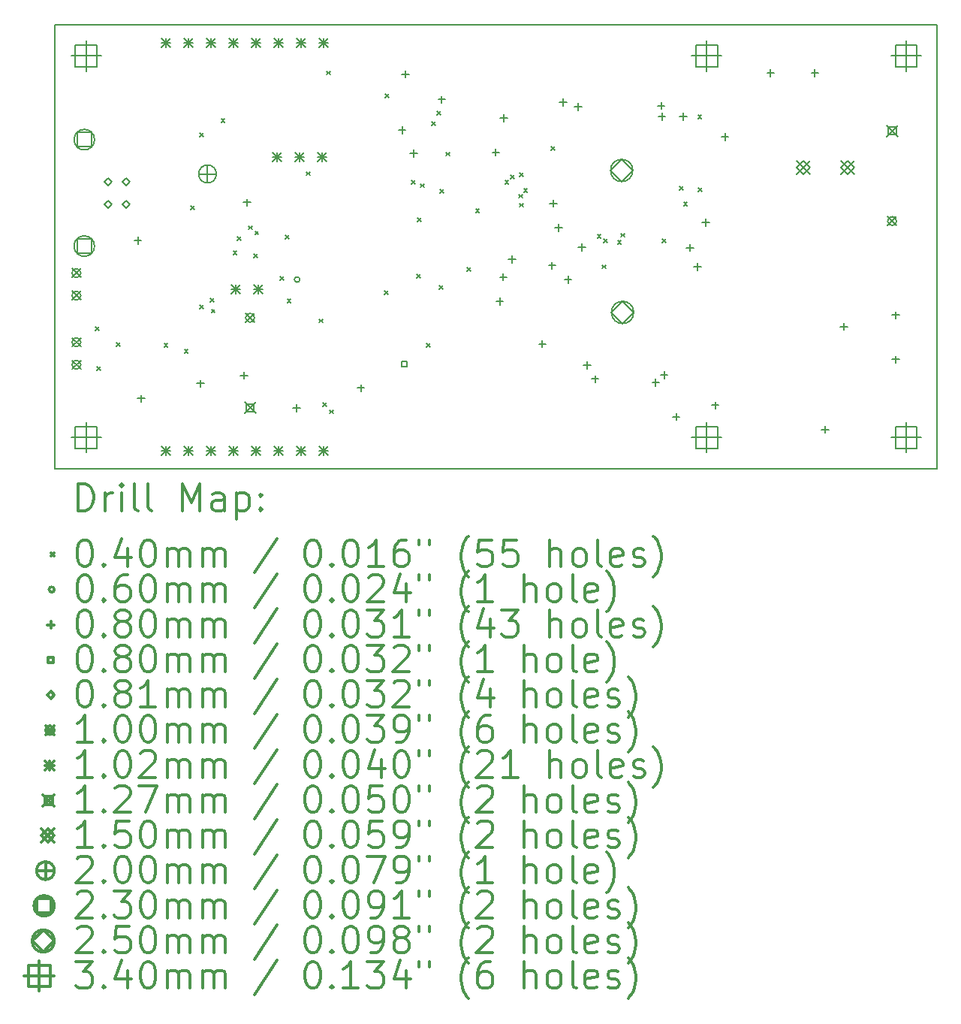
<source format=gbr>
%FSLAX45Y45*%
G04 Gerber Fmt 4.5, Leading zero omitted, Abs format (unit mm)*
G04 Created by KiCad (PCBNEW 4.0.0-stable) date 12/17/2015 2:38:52 PM*
%MOMM*%
G01*
G04 APERTURE LIST*
%ADD10C,0.127000*%
%ADD11C,0.150000*%
%ADD12C,0.200000*%
%ADD13C,0.300000*%
G04 APERTURE END LIST*
D10*
D11*
X0Y-5000000D02*
X9950000Y-5000000D01*
X0Y0D02*
X9950000Y0D01*
X9950000Y0D02*
X9950000Y-5000000D01*
X0Y-5000000D02*
X0Y0D01*
D12*
X455000Y-3405000D02*
X495000Y-3445000D01*
X495000Y-3405000D02*
X455000Y-3445000D01*
X475000Y-3850000D02*
X515000Y-3890000D01*
X515000Y-3850000D02*
X475000Y-3890000D01*
X690000Y-3580000D02*
X730000Y-3620000D01*
X730000Y-3580000D02*
X690000Y-3620000D01*
X1230000Y-3590000D02*
X1270000Y-3630000D01*
X1270000Y-3590000D02*
X1230000Y-3630000D01*
X1460000Y-3660000D02*
X1500000Y-3700000D01*
X1500000Y-3660000D02*
X1460000Y-3700000D01*
X1530000Y-2040000D02*
X1570000Y-2080000D01*
X1570000Y-2040000D02*
X1530000Y-2080000D01*
X1630000Y-3155000D02*
X1670000Y-3195000D01*
X1670000Y-3155000D02*
X1630000Y-3195000D01*
X1635000Y-1220000D02*
X1675000Y-1260000D01*
X1675000Y-1220000D02*
X1635000Y-1260000D01*
X1750000Y-3080000D02*
X1790000Y-3120000D01*
X1790000Y-3080000D02*
X1750000Y-3120000D01*
X1765000Y-3205000D02*
X1805000Y-3245000D01*
X1805000Y-3205000D02*
X1765000Y-3245000D01*
X1875000Y-1060000D02*
X1915000Y-1100000D01*
X1915000Y-1060000D02*
X1875000Y-1100000D01*
X2010000Y-2550000D02*
X2050000Y-2590000D01*
X2050000Y-2550000D02*
X2010000Y-2590000D01*
X2055000Y-2390000D02*
X2095000Y-2430000D01*
X2095000Y-2390000D02*
X2055000Y-2430000D01*
X2185000Y-2265000D02*
X2225000Y-2305000D01*
X2225000Y-2265000D02*
X2185000Y-2305000D01*
X2245000Y-2585000D02*
X2285000Y-2625000D01*
X2285000Y-2585000D02*
X2245000Y-2625000D01*
X2255000Y-2325000D02*
X2295000Y-2365000D01*
X2295000Y-2325000D02*
X2255000Y-2365000D01*
X2540000Y-2835000D02*
X2580000Y-2875000D01*
X2580000Y-2835000D02*
X2540000Y-2875000D01*
X2595000Y-2370000D02*
X2635000Y-2410000D01*
X2635000Y-2370000D02*
X2595000Y-2410000D01*
X2620000Y-3090000D02*
X2660000Y-3130000D01*
X2660000Y-3090000D02*
X2620000Y-3130000D01*
X2835000Y-1655000D02*
X2875000Y-1695000D01*
X2875000Y-1655000D02*
X2835000Y-1695000D01*
X2980000Y-3315000D02*
X3020000Y-3355000D01*
X3020000Y-3315000D02*
X2980000Y-3355000D01*
X3020000Y-4260000D02*
X3060000Y-4300000D01*
X3060000Y-4260000D02*
X3020000Y-4300000D01*
X3065000Y-520000D02*
X3105000Y-560000D01*
X3105000Y-520000D02*
X3065000Y-560000D01*
X3100000Y-4340000D02*
X3140000Y-4380000D01*
X3140000Y-4340000D02*
X3100000Y-4380000D01*
X3715000Y-2995000D02*
X3755000Y-3035000D01*
X3755000Y-2995000D02*
X3715000Y-3035000D01*
X3725000Y-780000D02*
X3765000Y-820000D01*
X3765000Y-780000D02*
X3725000Y-820000D01*
X4020000Y-1755000D02*
X4060000Y-1795000D01*
X4060000Y-1755000D02*
X4020000Y-1795000D01*
X4080000Y-2810000D02*
X4120000Y-2850000D01*
X4120000Y-2810000D02*
X4080000Y-2850000D01*
X4090000Y-2175000D02*
X4130000Y-2215000D01*
X4130000Y-2175000D02*
X4090000Y-2215000D01*
X4125000Y-1790000D02*
X4165000Y-1830000D01*
X4165000Y-1790000D02*
X4125000Y-1830000D01*
X4190000Y-3590000D02*
X4230000Y-3630000D01*
X4230000Y-3590000D02*
X4190000Y-3630000D01*
X4250000Y-1090000D02*
X4290000Y-1130000D01*
X4290000Y-1090000D02*
X4250000Y-1130000D01*
X4310000Y-975000D02*
X4350000Y-1015000D01*
X4350000Y-975000D02*
X4310000Y-1015000D01*
X4335000Y-2940000D02*
X4375000Y-2980000D01*
X4375000Y-2940000D02*
X4335000Y-2980000D01*
X4340000Y-1855000D02*
X4380000Y-1895000D01*
X4380000Y-1855000D02*
X4340000Y-1895000D01*
X4410000Y-1435000D02*
X4450000Y-1475000D01*
X4450000Y-1435000D02*
X4410000Y-1475000D01*
X4645000Y-2735000D02*
X4685000Y-2775000D01*
X4685000Y-2735000D02*
X4645000Y-2775000D01*
X4745000Y-2075000D02*
X4785000Y-2115000D01*
X4785000Y-2075000D02*
X4745000Y-2115000D01*
X5075000Y-1755000D02*
X5115000Y-1795000D01*
X5115000Y-1755000D02*
X5075000Y-1795000D01*
X5140000Y-1695000D02*
X5180000Y-1735000D01*
X5180000Y-1695000D02*
X5140000Y-1735000D01*
X5230000Y-1910000D02*
X5270000Y-1950000D01*
X5270000Y-1910000D02*
X5230000Y-1950000D01*
X5240000Y-1670000D02*
X5280000Y-1710000D01*
X5280000Y-1670000D02*
X5240000Y-1710000D01*
X5240000Y-2010000D02*
X5280000Y-2050000D01*
X5280000Y-2010000D02*
X5240000Y-2050000D01*
X5285000Y-1845000D02*
X5325000Y-1885000D01*
X5325000Y-1845000D02*
X5285000Y-1885000D01*
X5595000Y-1370000D02*
X5635000Y-1410000D01*
X5635000Y-1370000D02*
X5595000Y-1410000D01*
X6115000Y-2365000D02*
X6155000Y-2405000D01*
X6155000Y-2365000D02*
X6115000Y-2405000D01*
X6170000Y-2705000D02*
X6210000Y-2745000D01*
X6210000Y-2705000D02*
X6170000Y-2745000D01*
X6190000Y-2410000D02*
X6230000Y-2450000D01*
X6230000Y-2410000D02*
X6190000Y-2450000D01*
X6345000Y-2430000D02*
X6385000Y-2470000D01*
X6385000Y-2430000D02*
X6345000Y-2470000D01*
X6380000Y-2350000D02*
X6420000Y-2390000D01*
X6420000Y-2350000D02*
X6380000Y-2390000D01*
X6850000Y-2415000D02*
X6890000Y-2455000D01*
X6890000Y-2415000D02*
X6850000Y-2455000D01*
X7040000Y-1820000D02*
X7080000Y-1860000D01*
X7080000Y-1820000D02*
X7040000Y-1860000D01*
X7090000Y-2000000D02*
X7130000Y-2040000D01*
X7130000Y-2000000D02*
X7090000Y-2040000D01*
X7250000Y-1015000D02*
X7290000Y-1055000D01*
X7290000Y-1015000D02*
X7250000Y-1055000D01*
X7255000Y-1835000D02*
X7295000Y-1875000D01*
X7295000Y-1835000D02*
X7255000Y-1875000D01*
X2760000Y-2870000D02*
G75*
G03X2760000Y-2870000I-30000J0D01*
G01*
X935000Y-2390000D02*
X935000Y-2470000D01*
X895000Y-2430000D02*
X975000Y-2430000D01*
X970000Y-4170000D02*
X970000Y-4250000D01*
X930000Y-4210000D02*
X1010000Y-4210000D01*
X1640000Y-4000000D02*
X1640000Y-4080000D01*
X1600000Y-4040000D02*
X1680000Y-4040000D01*
X2130000Y-3910000D02*
X2130000Y-3990000D01*
X2090000Y-3950000D02*
X2170000Y-3950000D01*
X2165000Y-1960000D02*
X2165000Y-2040000D01*
X2125000Y-2000000D02*
X2205000Y-2000000D01*
X2725000Y-4275000D02*
X2725000Y-4355000D01*
X2685000Y-4315000D02*
X2765000Y-4315000D01*
X3450000Y-4050000D02*
X3450000Y-4130000D01*
X3410000Y-4090000D02*
X3490000Y-4090000D01*
X3915000Y-1145000D02*
X3915000Y-1225000D01*
X3875000Y-1185000D02*
X3955000Y-1185000D01*
X3950000Y-515000D02*
X3950000Y-595000D01*
X3910000Y-555000D02*
X3990000Y-555000D01*
X4045000Y-1405000D02*
X4045000Y-1485000D01*
X4005000Y-1445000D02*
X4085000Y-1445000D01*
X4360000Y-800000D02*
X4360000Y-880000D01*
X4320000Y-840000D02*
X4400000Y-840000D01*
X4970000Y-1395000D02*
X4970000Y-1475000D01*
X4930000Y-1435000D02*
X5010000Y-1435000D01*
X5015000Y-3075000D02*
X5015000Y-3155000D01*
X4975000Y-3115000D02*
X5055000Y-3115000D01*
X5055000Y-2800000D02*
X5055000Y-2880000D01*
X5015000Y-2840000D02*
X5095000Y-2840000D01*
X5060000Y-1010000D02*
X5060000Y-1090000D01*
X5020000Y-1050000D02*
X5100000Y-1050000D01*
X5155000Y-2600000D02*
X5155000Y-2680000D01*
X5115000Y-2640000D02*
X5195000Y-2640000D01*
X5495000Y-3555000D02*
X5495000Y-3635000D01*
X5455000Y-3595000D02*
X5535000Y-3595000D01*
X5605000Y-2670000D02*
X5605000Y-2750000D01*
X5565000Y-2710000D02*
X5645000Y-2710000D01*
X5620000Y-1970000D02*
X5620000Y-2050000D01*
X5580000Y-2010000D02*
X5660000Y-2010000D01*
X5680000Y-2245000D02*
X5680000Y-2325000D01*
X5640000Y-2285000D02*
X5720000Y-2285000D01*
X5730000Y-830000D02*
X5730000Y-910000D01*
X5690000Y-870000D02*
X5770000Y-870000D01*
X5785000Y-2830000D02*
X5785000Y-2910000D01*
X5745000Y-2870000D02*
X5825000Y-2870000D01*
X5900000Y-880000D02*
X5900000Y-960000D01*
X5860000Y-920000D02*
X5940000Y-920000D01*
X5940000Y-2465000D02*
X5940000Y-2545000D01*
X5900000Y-2505000D02*
X5980000Y-2505000D01*
X6000000Y-3795000D02*
X6000000Y-3875000D01*
X5960000Y-3835000D02*
X6040000Y-3835000D01*
X6090000Y-3950000D02*
X6090000Y-4030000D01*
X6050000Y-3990000D02*
X6130000Y-3990000D01*
X6775000Y-3990000D02*
X6775000Y-4070000D01*
X6735000Y-4030000D02*
X6815000Y-4030000D01*
X6835000Y-870000D02*
X6835000Y-950000D01*
X6795000Y-910000D02*
X6875000Y-910000D01*
X6845000Y-990000D02*
X6845000Y-1070000D01*
X6805000Y-1030000D02*
X6885000Y-1030000D01*
X6870000Y-3905000D02*
X6870000Y-3985000D01*
X6830000Y-3945000D02*
X6910000Y-3945000D01*
X7005000Y-4375000D02*
X7005000Y-4455000D01*
X6965000Y-4415000D02*
X7045000Y-4415000D01*
X7085000Y-990000D02*
X7085000Y-1070000D01*
X7045000Y-1030000D02*
X7125000Y-1030000D01*
X7160000Y-2470000D02*
X7160000Y-2550000D01*
X7120000Y-2510000D02*
X7200000Y-2510000D01*
X7245000Y-2685000D02*
X7245000Y-2765000D01*
X7205000Y-2725000D02*
X7285000Y-2725000D01*
X7340000Y-2185000D02*
X7340000Y-2265000D01*
X7300000Y-2225000D02*
X7380000Y-2225000D01*
X7445000Y-4245000D02*
X7445000Y-4325000D01*
X7405000Y-4285000D02*
X7485000Y-4285000D01*
X7555000Y-1220000D02*
X7555000Y-1300000D01*
X7515000Y-1260000D02*
X7595000Y-1260000D01*
X8070000Y-500000D02*
X8070000Y-580000D01*
X8030000Y-540000D02*
X8110000Y-540000D01*
X8570000Y-500000D02*
X8570000Y-580000D01*
X8530000Y-540000D02*
X8610000Y-540000D01*
X8685000Y-4520000D02*
X8685000Y-4600000D01*
X8645000Y-4560000D02*
X8725000Y-4560000D01*
X8895000Y-3360000D02*
X8895000Y-3440000D01*
X8855000Y-3400000D02*
X8935000Y-3400000D01*
X9480000Y-3230000D02*
X9480000Y-3310000D01*
X9440000Y-3270000D02*
X9520000Y-3270000D01*
X9480000Y-3730000D02*
X9480000Y-3810000D01*
X9440000Y-3770000D02*
X9520000Y-3770000D01*
X3968288Y-3848288D02*
X3968288Y-3791712D01*
X3911712Y-3791712D01*
X3911712Y-3848288D01*
X3968288Y-3848288D01*
X600102Y-1806640D02*
X640742Y-1766000D01*
X600102Y-1725360D01*
X559462Y-1766000D01*
X600102Y-1806640D01*
X600102Y-2060640D02*
X640742Y-2020000D01*
X600102Y-1979360D01*
X559462Y-2020000D01*
X600102Y-2060640D01*
X800000Y-1806640D02*
X840640Y-1766000D01*
X800000Y-1725360D01*
X759360Y-1766000D01*
X800000Y-1806640D01*
X800000Y-2060640D02*
X840640Y-2020000D01*
X800000Y-1979360D01*
X759360Y-2020000D01*
X800000Y-2060640D01*
X189962Y-2745962D02*
X290038Y-2846038D01*
X290038Y-2745962D02*
X189962Y-2846038D01*
X290038Y-2796000D02*
G75*
G03X290038Y-2796000I-50038J0D01*
G01*
X189962Y-2999962D02*
X290038Y-3100038D01*
X290038Y-2999962D02*
X189962Y-3100038D01*
X290038Y-3050000D02*
G75*
G03X290038Y-3050000I-50038J0D01*
G01*
X189962Y-3525962D02*
X290038Y-3626038D01*
X290038Y-3525962D02*
X189962Y-3626038D01*
X290038Y-3576000D02*
G75*
G03X290038Y-3576000I-50038J0D01*
G01*
X189962Y-3779962D02*
X290038Y-3880038D01*
X290038Y-3779962D02*
X189962Y-3880038D01*
X290038Y-3830000D02*
G75*
G03X290038Y-3830000I-50038J0D01*
G01*
X2150216Y-3249962D02*
X2250292Y-3350038D01*
X2250292Y-3249962D02*
X2150216Y-3350038D01*
X2250292Y-3300000D02*
G75*
G03X2250292Y-3300000I-50038J0D01*
G01*
X9389708Y-2159962D02*
X9489784Y-2260038D01*
X9489784Y-2159962D02*
X9389708Y-2260038D01*
X9489784Y-2210000D02*
G75*
G03X9489784Y-2210000I-50038J0D01*
G01*
X1199200Y-149200D02*
X1300800Y-250800D01*
X1300800Y-149200D02*
X1199200Y-250800D01*
X1250000Y-149200D02*
X1250000Y-250800D01*
X1199200Y-200000D02*
X1300800Y-200000D01*
X1199200Y-4749200D02*
X1300800Y-4850800D01*
X1300800Y-4749200D02*
X1199200Y-4850800D01*
X1250000Y-4749200D02*
X1250000Y-4850800D01*
X1199200Y-4800000D02*
X1300800Y-4800000D01*
X1453200Y-149200D02*
X1554800Y-250800D01*
X1554800Y-149200D02*
X1453200Y-250800D01*
X1504000Y-149200D02*
X1504000Y-250800D01*
X1453200Y-200000D02*
X1554800Y-200000D01*
X1453200Y-4749200D02*
X1554800Y-4850800D01*
X1554800Y-4749200D02*
X1453200Y-4850800D01*
X1504000Y-4749200D02*
X1504000Y-4850800D01*
X1453200Y-4800000D02*
X1554800Y-4800000D01*
X1707200Y-149200D02*
X1808800Y-250800D01*
X1808800Y-149200D02*
X1707200Y-250800D01*
X1758000Y-149200D02*
X1758000Y-250800D01*
X1707200Y-200000D02*
X1808800Y-200000D01*
X1707200Y-4749200D02*
X1808800Y-4850800D01*
X1808800Y-4749200D02*
X1707200Y-4850800D01*
X1758000Y-4749200D02*
X1758000Y-4850800D01*
X1707200Y-4800000D02*
X1808800Y-4800000D01*
X1961200Y-149200D02*
X2062800Y-250800D01*
X2062800Y-149200D02*
X1961200Y-250800D01*
X2012000Y-149200D02*
X2012000Y-250800D01*
X1961200Y-200000D02*
X2062800Y-200000D01*
X1961200Y-4749200D02*
X2062800Y-4850800D01*
X2062800Y-4749200D02*
X1961200Y-4850800D01*
X2012000Y-4749200D02*
X2012000Y-4850800D01*
X1961200Y-4800000D02*
X2062800Y-4800000D01*
X1985200Y-2929200D02*
X2086800Y-3030800D01*
X2086800Y-2929200D02*
X1985200Y-3030800D01*
X2036000Y-2929200D02*
X2036000Y-3030800D01*
X1985200Y-2980000D02*
X2086800Y-2980000D01*
X2215200Y-149200D02*
X2316800Y-250800D01*
X2316800Y-149200D02*
X2215200Y-250800D01*
X2266000Y-149200D02*
X2266000Y-250800D01*
X2215200Y-200000D02*
X2316800Y-200000D01*
X2215200Y-4749200D02*
X2316800Y-4850800D01*
X2316800Y-4749200D02*
X2215200Y-4850800D01*
X2266000Y-4749200D02*
X2266000Y-4850800D01*
X2215200Y-4800000D02*
X2316800Y-4800000D01*
X2239200Y-2929200D02*
X2340800Y-3030800D01*
X2340800Y-2929200D02*
X2239200Y-3030800D01*
X2290000Y-2929200D02*
X2290000Y-3030800D01*
X2239200Y-2980000D02*
X2340800Y-2980000D01*
X2451200Y-1439200D02*
X2552800Y-1540800D01*
X2552800Y-1439200D02*
X2451200Y-1540800D01*
X2502000Y-1439200D02*
X2502000Y-1540800D01*
X2451200Y-1490000D02*
X2552800Y-1490000D01*
X2469200Y-149200D02*
X2570800Y-250800D01*
X2570800Y-149200D02*
X2469200Y-250800D01*
X2520000Y-149200D02*
X2520000Y-250800D01*
X2469200Y-200000D02*
X2570800Y-200000D01*
X2469200Y-4749200D02*
X2570800Y-4850800D01*
X2570800Y-4749200D02*
X2469200Y-4850800D01*
X2520000Y-4749200D02*
X2520000Y-4850800D01*
X2469200Y-4800000D02*
X2570800Y-4800000D01*
X2705200Y-1439200D02*
X2806800Y-1540800D01*
X2806800Y-1439200D02*
X2705200Y-1540800D01*
X2756000Y-1439200D02*
X2756000Y-1540800D01*
X2705200Y-1490000D02*
X2806800Y-1490000D01*
X2723200Y-149200D02*
X2824800Y-250800D01*
X2824800Y-149200D02*
X2723200Y-250800D01*
X2774000Y-149200D02*
X2774000Y-250800D01*
X2723200Y-200000D02*
X2824800Y-200000D01*
X2723200Y-4749200D02*
X2824800Y-4850800D01*
X2824800Y-4749200D02*
X2723200Y-4850800D01*
X2774000Y-4749200D02*
X2774000Y-4850800D01*
X2723200Y-4800000D02*
X2824800Y-4800000D01*
X2959200Y-1439200D02*
X3060800Y-1540800D01*
X3060800Y-1439200D02*
X2959200Y-1540800D01*
X3010000Y-1439200D02*
X3010000Y-1540800D01*
X2959200Y-1490000D02*
X3060800Y-1490000D01*
X2977200Y-149200D02*
X3078800Y-250800D01*
X3078800Y-149200D02*
X2977200Y-250800D01*
X3028000Y-149200D02*
X3028000Y-250800D01*
X2977200Y-200000D02*
X3078800Y-200000D01*
X2977200Y-4749200D02*
X3078800Y-4850800D01*
X3078800Y-4749200D02*
X2977200Y-4850800D01*
X3028000Y-4749200D02*
X3028000Y-4850800D01*
X2977200Y-4800000D02*
X3078800Y-4800000D01*
X2136754Y-4252500D02*
X2263754Y-4379500D01*
X2263754Y-4252500D02*
X2136754Y-4379500D01*
X2245156Y-4360902D02*
X2245156Y-4271098D01*
X2155352Y-4271098D01*
X2155352Y-4360902D01*
X2245156Y-4360902D01*
X9376246Y-1130500D02*
X9503246Y-1257500D01*
X9503246Y-1130500D02*
X9376246Y-1257500D01*
X9484648Y-1238902D02*
X9484648Y-1149098D01*
X9394844Y-1149098D01*
X9394844Y-1238902D01*
X9484648Y-1238902D01*
X8365064Y-1535000D02*
X8515064Y-1685000D01*
X8515064Y-1535000D02*
X8365064Y-1685000D01*
X8440064Y-1685000D02*
X8515064Y-1610000D01*
X8440064Y-1535000D01*
X8365064Y-1610000D01*
X8440064Y-1685000D01*
X8864936Y-1535000D02*
X9014936Y-1685000D01*
X9014936Y-1535000D02*
X8864936Y-1685000D01*
X8939936Y-1685000D02*
X9014936Y-1610000D01*
X8939936Y-1535000D01*
X8864936Y-1610000D01*
X8939936Y-1685000D01*
X1720000Y-1580000D02*
X1720000Y-1780000D01*
X1620000Y-1680000D02*
X1820000Y-1680000D01*
X1820000Y-1680000D02*
G75*
G03X1820000Y-1680000I-100000J0D01*
G01*
X411462Y-1374414D02*
X411462Y-1211690D01*
X248738Y-1211690D01*
X248738Y-1374414D01*
X411462Y-1374414D01*
X445162Y-1293052D02*
G75*
G03X445162Y-1293052I-115062J0D01*
G01*
X411462Y-2574310D02*
X411462Y-2411586D01*
X248738Y-2411586D01*
X248738Y-2574310D01*
X411462Y-2574310D01*
X445162Y-2492948D02*
G75*
G03X445162Y-2492948I-115062J0D01*
G01*
X6390000Y-1765000D02*
X6515000Y-1640000D01*
X6390000Y-1515000D01*
X6265000Y-1640000D01*
X6390000Y-1765000D01*
X6515000Y-1640000D02*
G75*
G03X6515000Y-1640000I-125000J0D01*
G01*
X6400000Y-3365000D02*
X6525000Y-3240000D01*
X6400000Y-3115000D01*
X6275000Y-3240000D01*
X6400000Y-3365000D01*
X6525000Y-3240000D02*
G75*
G03X6525000Y-3240000I-125000J0D01*
G01*
X350000Y-180000D02*
X350000Y-520000D01*
X180000Y-350000D02*
X520000Y-350000D01*
X470209Y-470209D02*
X470209Y-229791D01*
X229791Y-229791D01*
X229791Y-470209D01*
X470209Y-470209D01*
X350000Y-4480000D02*
X350000Y-4820000D01*
X180000Y-4650000D02*
X520000Y-4650000D01*
X470209Y-4770209D02*
X470209Y-4529791D01*
X229791Y-4529791D01*
X229791Y-4770209D01*
X470209Y-4770209D01*
X7350000Y-180000D02*
X7350000Y-520000D01*
X7180000Y-350000D02*
X7520000Y-350000D01*
X7470209Y-470209D02*
X7470209Y-229791D01*
X7229791Y-229791D01*
X7229791Y-470209D01*
X7470209Y-470209D01*
X7350000Y-4480000D02*
X7350000Y-4820000D01*
X7180000Y-4650000D02*
X7520000Y-4650000D01*
X7470209Y-4770209D02*
X7470209Y-4529791D01*
X7229791Y-4529791D01*
X7229791Y-4770209D01*
X7470209Y-4770209D01*
X9600000Y-180000D02*
X9600000Y-520000D01*
X9430000Y-350000D02*
X9770000Y-350000D01*
X9720209Y-470209D02*
X9720209Y-229791D01*
X9479791Y-229791D01*
X9479791Y-470209D01*
X9720209Y-470209D01*
X9600000Y-4480000D02*
X9600000Y-4820000D01*
X9430000Y-4650000D02*
X9770000Y-4650000D01*
X9720209Y-4770209D02*
X9720209Y-4529791D01*
X9479791Y-4529791D01*
X9479791Y-4770209D01*
X9720209Y-4770209D01*
D13*
X263929Y-5473214D02*
X263929Y-5173214D01*
X335357Y-5173214D01*
X378214Y-5187500D01*
X406786Y-5216072D01*
X421071Y-5244643D01*
X435357Y-5301786D01*
X435357Y-5344643D01*
X421071Y-5401786D01*
X406786Y-5430357D01*
X378214Y-5458929D01*
X335357Y-5473214D01*
X263929Y-5473214D01*
X563929Y-5473214D02*
X563929Y-5273214D01*
X563929Y-5330357D02*
X578214Y-5301786D01*
X592500Y-5287500D01*
X621071Y-5273214D01*
X649643Y-5273214D01*
X749643Y-5473214D02*
X749643Y-5273214D01*
X749643Y-5173214D02*
X735357Y-5187500D01*
X749643Y-5201786D01*
X763928Y-5187500D01*
X749643Y-5173214D01*
X749643Y-5201786D01*
X935357Y-5473214D02*
X906786Y-5458929D01*
X892500Y-5430357D01*
X892500Y-5173214D01*
X1092500Y-5473214D02*
X1063929Y-5458929D01*
X1049643Y-5430357D01*
X1049643Y-5173214D01*
X1435357Y-5473214D02*
X1435357Y-5173214D01*
X1535357Y-5387500D01*
X1635357Y-5173214D01*
X1635357Y-5473214D01*
X1906786Y-5473214D02*
X1906786Y-5316072D01*
X1892500Y-5287500D01*
X1863928Y-5273214D01*
X1806786Y-5273214D01*
X1778214Y-5287500D01*
X1906786Y-5458929D02*
X1878214Y-5473214D01*
X1806786Y-5473214D01*
X1778214Y-5458929D01*
X1763928Y-5430357D01*
X1763928Y-5401786D01*
X1778214Y-5373214D01*
X1806786Y-5358929D01*
X1878214Y-5358929D01*
X1906786Y-5344643D01*
X2049643Y-5273214D02*
X2049643Y-5573214D01*
X2049643Y-5287500D02*
X2078214Y-5273214D01*
X2135357Y-5273214D01*
X2163929Y-5287500D01*
X2178214Y-5301786D01*
X2192500Y-5330357D01*
X2192500Y-5416072D01*
X2178214Y-5444643D01*
X2163929Y-5458929D01*
X2135357Y-5473214D01*
X2078214Y-5473214D01*
X2049643Y-5458929D01*
X2321071Y-5444643D02*
X2335357Y-5458929D01*
X2321071Y-5473214D01*
X2306786Y-5458929D01*
X2321071Y-5444643D01*
X2321071Y-5473214D01*
X2321071Y-5287500D02*
X2335357Y-5301786D01*
X2321071Y-5316072D01*
X2306786Y-5301786D01*
X2321071Y-5287500D01*
X2321071Y-5316072D01*
X-47500Y-5947500D02*
X-7500Y-5987500D01*
X-7500Y-5947500D02*
X-47500Y-5987500D01*
X321071Y-5803214D02*
X349643Y-5803214D01*
X378214Y-5817500D01*
X392500Y-5831786D01*
X406786Y-5860357D01*
X421071Y-5917500D01*
X421071Y-5988929D01*
X406786Y-6046071D01*
X392500Y-6074643D01*
X378214Y-6088929D01*
X349643Y-6103214D01*
X321071Y-6103214D01*
X292500Y-6088929D01*
X278214Y-6074643D01*
X263929Y-6046071D01*
X249643Y-5988929D01*
X249643Y-5917500D01*
X263929Y-5860357D01*
X278214Y-5831786D01*
X292500Y-5817500D01*
X321071Y-5803214D01*
X549643Y-6074643D02*
X563929Y-6088929D01*
X549643Y-6103214D01*
X535357Y-6088929D01*
X549643Y-6074643D01*
X549643Y-6103214D01*
X821071Y-5903214D02*
X821071Y-6103214D01*
X749643Y-5788929D02*
X678214Y-6003214D01*
X863928Y-6003214D01*
X1035357Y-5803214D02*
X1063929Y-5803214D01*
X1092500Y-5817500D01*
X1106786Y-5831786D01*
X1121071Y-5860357D01*
X1135357Y-5917500D01*
X1135357Y-5988929D01*
X1121071Y-6046071D01*
X1106786Y-6074643D01*
X1092500Y-6088929D01*
X1063929Y-6103214D01*
X1035357Y-6103214D01*
X1006786Y-6088929D01*
X992500Y-6074643D01*
X978214Y-6046071D01*
X963928Y-5988929D01*
X963928Y-5917500D01*
X978214Y-5860357D01*
X992500Y-5831786D01*
X1006786Y-5817500D01*
X1035357Y-5803214D01*
X1263929Y-6103214D02*
X1263929Y-5903214D01*
X1263929Y-5931786D02*
X1278214Y-5917500D01*
X1306786Y-5903214D01*
X1349643Y-5903214D01*
X1378214Y-5917500D01*
X1392500Y-5946071D01*
X1392500Y-6103214D01*
X1392500Y-5946071D02*
X1406786Y-5917500D01*
X1435357Y-5903214D01*
X1478214Y-5903214D01*
X1506786Y-5917500D01*
X1521071Y-5946071D01*
X1521071Y-6103214D01*
X1663928Y-6103214D02*
X1663928Y-5903214D01*
X1663928Y-5931786D02*
X1678214Y-5917500D01*
X1706786Y-5903214D01*
X1749643Y-5903214D01*
X1778214Y-5917500D01*
X1792500Y-5946071D01*
X1792500Y-6103214D01*
X1792500Y-5946071D02*
X1806786Y-5917500D01*
X1835357Y-5903214D01*
X1878214Y-5903214D01*
X1906786Y-5917500D01*
X1921071Y-5946071D01*
X1921071Y-6103214D01*
X2506786Y-5788929D02*
X2249643Y-6174643D01*
X2892500Y-5803214D02*
X2921071Y-5803214D01*
X2949643Y-5817500D01*
X2963928Y-5831786D01*
X2978214Y-5860357D01*
X2992500Y-5917500D01*
X2992500Y-5988929D01*
X2978214Y-6046071D01*
X2963928Y-6074643D01*
X2949643Y-6088929D01*
X2921071Y-6103214D01*
X2892500Y-6103214D01*
X2863928Y-6088929D01*
X2849643Y-6074643D01*
X2835357Y-6046071D01*
X2821071Y-5988929D01*
X2821071Y-5917500D01*
X2835357Y-5860357D01*
X2849643Y-5831786D01*
X2863928Y-5817500D01*
X2892500Y-5803214D01*
X3121071Y-6074643D02*
X3135357Y-6088929D01*
X3121071Y-6103214D01*
X3106786Y-6088929D01*
X3121071Y-6074643D01*
X3121071Y-6103214D01*
X3321071Y-5803214D02*
X3349643Y-5803214D01*
X3378214Y-5817500D01*
X3392500Y-5831786D01*
X3406785Y-5860357D01*
X3421071Y-5917500D01*
X3421071Y-5988929D01*
X3406785Y-6046071D01*
X3392500Y-6074643D01*
X3378214Y-6088929D01*
X3349643Y-6103214D01*
X3321071Y-6103214D01*
X3292500Y-6088929D01*
X3278214Y-6074643D01*
X3263928Y-6046071D01*
X3249643Y-5988929D01*
X3249643Y-5917500D01*
X3263928Y-5860357D01*
X3278214Y-5831786D01*
X3292500Y-5817500D01*
X3321071Y-5803214D01*
X3706785Y-6103214D02*
X3535357Y-6103214D01*
X3621071Y-6103214D02*
X3621071Y-5803214D01*
X3592500Y-5846071D01*
X3563928Y-5874643D01*
X3535357Y-5888929D01*
X3963928Y-5803214D02*
X3906785Y-5803214D01*
X3878214Y-5817500D01*
X3863928Y-5831786D01*
X3835357Y-5874643D01*
X3821071Y-5931786D01*
X3821071Y-6046071D01*
X3835357Y-6074643D01*
X3849643Y-6088929D01*
X3878214Y-6103214D01*
X3935357Y-6103214D01*
X3963928Y-6088929D01*
X3978214Y-6074643D01*
X3992500Y-6046071D01*
X3992500Y-5974643D01*
X3978214Y-5946071D01*
X3963928Y-5931786D01*
X3935357Y-5917500D01*
X3878214Y-5917500D01*
X3849643Y-5931786D01*
X3835357Y-5946071D01*
X3821071Y-5974643D01*
X4106786Y-5803214D02*
X4106786Y-5860357D01*
X4221071Y-5803214D02*
X4221071Y-5860357D01*
X4663928Y-6217500D02*
X4649643Y-6203214D01*
X4621071Y-6160357D01*
X4606786Y-6131786D01*
X4592500Y-6088929D01*
X4578214Y-6017500D01*
X4578214Y-5960357D01*
X4592500Y-5888929D01*
X4606786Y-5846071D01*
X4621071Y-5817500D01*
X4649643Y-5774643D01*
X4663928Y-5760357D01*
X4921071Y-5803214D02*
X4778214Y-5803214D01*
X4763928Y-5946071D01*
X4778214Y-5931786D01*
X4806786Y-5917500D01*
X4878214Y-5917500D01*
X4906786Y-5931786D01*
X4921071Y-5946071D01*
X4935357Y-5974643D01*
X4935357Y-6046071D01*
X4921071Y-6074643D01*
X4906786Y-6088929D01*
X4878214Y-6103214D01*
X4806786Y-6103214D01*
X4778214Y-6088929D01*
X4763928Y-6074643D01*
X5206786Y-5803214D02*
X5063928Y-5803214D01*
X5049643Y-5946071D01*
X5063928Y-5931786D01*
X5092500Y-5917500D01*
X5163928Y-5917500D01*
X5192500Y-5931786D01*
X5206786Y-5946071D01*
X5221071Y-5974643D01*
X5221071Y-6046071D01*
X5206786Y-6074643D01*
X5192500Y-6088929D01*
X5163928Y-6103214D01*
X5092500Y-6103214D01*
X5063928Y-6088929D01*
X5049643Y-6074643D01*
X5578214Y-6103214D02*
X5578214Y-5803214D01*
X5706785Y-6103214D02*
X5706785Y-5946071D01*
X5692500Y-5917500D01*
X5663928Y-5903214D01*
X5621071Y-5903214D01*
X5592500Y-5917500D01*
X5578214Y-5931786D01*
X5892500Y-6103214D02*
X5863928Y-6088929D01*
X5849643Y-6074643D01*
X5835357Y-6046071D01*
X5835357Y-5960357D01*
X5849643Y-5931786D01*
X5863928Y-5917500D01*
X5892500Y-5903214D01*
X5935357Y-5903214D01*
X5963928Y-5917500D01*
X5978214Y-5931786D01*
X5992500Y-5960357D01*
X5992500Y-6046071D01*
X5978214Y-6074643D01*
X5963928Y-6088929D01*
X5935357Y-6103214D01*
X5892500Y-6103214D01*
X6163928Y-6103214D02*
X6135357Y-6088929D01*
X6121071Y-6060357D01*
X6121071Y-5803214D01*
X6392500Y-6088929D02*
X6363928Y-6103214D01*
X6306786Y-6103214D01*
X6278214Y-6088929D01*
X6263928Y-6060357D01*
X6263928Y-5946071D01*
X6278214Y-5917500D01*
X6306786Y-5903214D01*
X6363928Y-5903214D01*
X6392500Y-5917500D01*
X6406786Y-5946071D01*
X6406786Y-5974643D01*
X6263928Y-6003214D01*
X6521071Y-6088929D02*
X6549643Y-6103214D01*
X6606786Y-6103214D01*
X6635357Y-6088929D01*
X6649643Y-6060357D01*
X6649643Y-6046071D01*
X6635357Y-6017500D01*
X6606786Y-6003214D01*
X6563928Y-6003214D01*
X6535357Y-5988929D01*
X6521071Y-5960357D01*
X6521071Y-5946071D01*
X6535357Y-5917500D01*
X6563928Y-5903214D01*
X6606786Y-5903214D01*
X6635357Y-5917500D01*
X6749643Y-6217500D02*
X6763928Y-6203214D01*
X6792500Y-6160357D01*
X6806786Y-6131786D01*
X6821071Y-6088929D01*
X6835357Y-6017500D01*
X6835357Y-5960357D01*
X6821071Y-5888929D01*
X6806786Y-5846071D01*
X6792500Y-5817500D01*
X6763928Y-5774643D01*
X6749643Y-5760357D01*
X-7500Y-6363500D02*
G75*
G03X-7500Y-6363500I-30000J0D01*
G01*
X321071Y-6199214D02*
X349643Y-6199214D01*
X378214Y-6213500D01*
X392500Y-6227786D01*
X406786Y-6256357D01*
X421071Y-6313500D01*
X421071Y-6384929D01*
X406786Y-6442071D01*
X392500Y-6470643D01*
X378214Y-6484929D01*
X349643Y-6499214D01*
X321071Y-6499214D01*
X292500Y-6484929D01*
X278214Y-6470643D01*
X263929Y-6442071D01*
X249643Y-6384929D01*
X249643Y-6313500D01*
X263929Y-6256357D01*
X278214Y-6227786D01*
X292500Y-6213500D01*
X321071Y-6199214D01*
X549643Y-6470643D02*
X563929Y-6484929D01*
X549643Y-6499214D01*
X535357Y-6484929D01*
X549643Y-6470643D01*
X549643Y-6499214D01*
X821071Y-6199214D02*
X763928Y-6199214D01*
X735357Y-6213500D01*
X721071Y-6227786D01*
X692500Y-6270643D01*
X678214Y-6327786D01*
X678214Y-6442071D01*
X692500Y-6470643D01*
X706786Y-6484929D01*
X735357Y-6499214D01*
X792500Y-6499214D01*
X821071Y-6484929D01*
X835357Y-6470643D01*
X849643Y-6442071D01*
X849643Y-6370643D01*
X835357Y-6342071D01*
X821071Y-6327786D01*
X792500Y-6313500D01*
X735357Y-6313500D01*
X706786Y-6327786D01*
X692500Y-6342071D01*
X678214Y-6370643D01*
X1035357Y-6199214D02*
X1063929Y-6199214D01*
X1092500Y-6213500D01*
X1106786Y-6227786D01*
X1121071Y-6256357D01*
X1135357Y-6313500D01*
X1135357Y-6384929D01*
X1121071Y-6442071D01*
X1106786Y-6470643D01*
X1092500Y-6484929D01*
X1063929Y-6499214D01*
X1035357Y-6499214D01*
X1006786Y-6484929D01*
X992500Y-6470643D01*
X978214Y-6442071D01*
X963928Y-6384929D01*
X963928Y-6313500D01*
X978214Y-6256357D01*
X992500Y-6227786D01*
X1006786Y-6213500D01*
X1035357Y-6199214D01*
X1263929Y-6499214D02*
X1263929Y-6299214D01*
X1263929Y-6327786D02*
X1278214Y-6313500D01*
X1306786Y-6299214D01*
X1349643Y-6299214D01*
X1378214Y-6313500D01*
X1392500Y-6342071D01*
X1392500Y-6499214D01*
X1392500Y-6342071D02*
X1406786Y-6313500D01*
X1435357Y-6299214D01*
X1478214Y-6299214D01*
X1506786Y-6313500D01*
X1521071Y-6342071D01*
X1521071Y-6499214D01*
X1663928Y-6499214D02*
X1663928Y-6299214D01*
X1663928Y-6327786D02*
X1678214Y-6313500D01*
X1706786Y-6299214D01*
X1749643Y-6299214D01*
X1778214Y-6313500D01*
X1792500Y-6342071D01*
X1792500Y-6499214D01*
X1792500Y-6342071D02*
X1806786Y-6313500D01*
X1835357Y-6299214D01*
X1878214Y-6299214D01*
X1906786Y-6313500D01*
X1921071Y-6342071D01*
X1921071Y-6499214D01*
X2506786Y-6184929D02*
X2249643Y-6570643D01*
X2892500Y-6199214D02*
X2921071Y-6199214D01*
X2949643Y-6213500D01*
X2963928Y-6227786D01*
X2978214Y-6256357D01*
X2992500Y-6313500D01*
X2992500Y-6384929D01*
X2978214Y-6442071D01*
X2963928Y-6470643D01*
X2949643Y-6484929D01*
X2921071Y-6499214D01*
X2892500Y-6499214D01*
X2863928Y-6484929D01*
X2849643Y-6470643D01*
X2835357Y-6442071D01*
X2821071Y-6384929D01*
X2821071Y-6313500D01*
X2835357Y-6256357D01*
X2849643Y-6227786D01*
X2863928Y-6213500D01*
X2892500Y-6199214D01*
X3121071Y-6470643D02*
X3135357Y-6484929D01*
X3121071Y-6499214D01*
X3106786Y-6484929D01*
X3121071Y-6470643D01*
X3121071Y-6499214D01*
X3321071Y-6199214D02*
X3349643Y-6199214D01*
X3378214Y-6213500D01*
X3392500Y-6227786D01*
X3406785Y-6256357D01*
X3421071Y-6313500D01*
X3421071Y-6384929D01*
X3406785Y-6442071D01*
X3392500Y-6470643D01*
X3378214Y-6484929D01*
X3349643Y-6499214D01*
X3321071Y-6499214D01*
X3292500Y-6484929D01*
X3278214Y-6470643D01*
X3263928Y-6442071D01*
X3249643Y-6384929D01*
X3249643Y-6313500D01*
X3263928Y-6256357D01*
X3278214Y-6227786D01*
X3292500Y-6213500D01*
X3321071Y-6199214D01*
X3535357Y-6227786D02*
X3549643Y-6213500D01*
X3578214Y-6199214D01*
X3649643Y-6199214D01*
X3678214Y-6213500D01*
X3692500Y-6227786D01*
X3706785Y-6256357D01*
X3706785Y-6284929D01*
X3692500Y-6327786D01*
X3521071Y-6499214D01*
X3706785Y-6499214D01*
X3963928Y-6299214D02*
X3963928Y-6499214D01*
X3892500Y-6184929D02*
X3821071Y-6399214D01*
X4006785Y-6399214D01*
X4106786Y-6199214D02*
X4106786Y-6256357D01*
X4221071Y-6199214D02*
X4221071Y-6256357D01*
X4663928Y-6613500D02*
X4649643Y-6599214D01*
X4621071Y-6556357D01*
X4606786Y-6527786D01*
X4592500Y-6484929D01*
X4578214Y-6413500D01*
X4578214Y-6356357D01*
X4592500Y-6284929D01*
X4606786Y-6242071D01*
X4621071Y-6213500D01*
X4649643Y-6170643D01*
X4663928Y-6156357D01*
X4935357Y-6499214D02*
X4763928Y-6499214D01*
X4849643Y-6499214D02*
X4849643Y-6199214D01*
X4821071Y-6242071D01*
X4792500Y-6270643D01*
X4763928Y-6284929D01*
X5292500Y-6499214D02*
X5292500Y-6199214D01*
X5421071Y-6499214D02*
X5421071Y-6342071D01*
X5406786Y-6313500D01*
X5378214Y-6299214D01*
X5335357Y-6299214D01*
X5306786Y-6313500D01*
X5292500Y-6327786D01*
X5606785Y-6499214D02*
X5578214Y-6484929D01*
X5563928Y-6470643D01*
X5549643Y-6442071D01*
X5549643Y-6356357D01*
X5563928Y-6327786D01*
X5578214Y-6313500D01*
X5606785Y-6299214D01*
X5649643Y-6299214D01*
X5678214Y-6313500D01*
X5692500Y-6327786D01*
X5706785Y-6356357D01*
X5706785Y-6442071D01*
X5692500Y-6470643D01*
X5678214Y-6484929D01*
X5649643Y-6499214D01*
X5606785Y-6499214D01*
X5878214Y-6499214D02*
X5849643Y-6484929D01*
X5835357Y-6456357D01*
X5835357Y-6199214D01*
X6106786Y-6484929D02*
X6078214Y-6499214D01*
X6021071Y-6499214D01*
X5992500Y-6484929D01*
X5978214Y-6456357D01*
X5978214Y-6342071D01*
X5992500Y-6313500D01*
X6021071Y-6299214D01*
X6078214Y-6299214D01*
X6106786Y-6313500D01*
X6121071Y-6342071D01*
X6121071Y-6370643D01*
X5978214Y-6399214D01*
X6221071Y-6613500D02*
X6235357Y-6599214D01*
X6263928Y-6556357D01*
X6278214Y-6527786D01*
X6292500Y-6484929D01*
X6306786Y-6413500D01*
X6306786Y-6356357D01*
X6292500Y-6284929D01*
X6278214Y-6242071D01*
X6263928Y-6213500D01*
X6235357Y-6170643D01*
X6221071Y-6156357D01*
X-47500Y-6719500D02*
X-47500Y-6799500D01*
X-87500Y-6759500D02*
X-7500Y-6759500D01*
X321071Y-6595214D02*
X349643Y-6595214D01*
X378214Y-6609500D01*
X392500Y-6623786D01*
X406786Y-6652357D01*
X421071Y-6709500D01*
X421071Y-6780929D01*
X406786Y-6838071D01*
X392500Y-6866643D01*
X378214Y-6880929D01*
X349643Y-6895214D01*
X321071Y-6895214D01*
X292500Y-6880929D01*
X278214Y-6866643D01*
X263929Y-6838071D01*
X249643Y-6780929D01*
X249643Y-6709500D01*
X263929Y-6652357D01*
X278214Y-6623786D01*
X292500Y-6609500D01*
X321071Y-6595214D01*
X549643Y-6866643D02*
X563929Y-6880929D01*
X549643Y-6895214D01*
X535357Y-6880929D01*
X549643Y-6866643D01*
X549643Y-6895214D01*
X735357Y-6723786D02*
X706786Y-6709500D01*
X692500Y-6695214D01*
X678214Y-6666643D01*
X678214Y-6652357D01*
X692500Y-6623786D01*
X706786Y-6609500D01*
X735357Y-6595214D01*
X792500Y-6595214D01*
X821071Y-6609500D01*
X835357Y-6623786D01*
X849643Y-6652357D01*
X849643Y-6666643D01*
X835357Y-6695214D01*
X821071Y-6709500D01*
X792500Y-6723786D01*
X735357Y-6723786D01*
X706786Y-6738071D01*
X692500Y-6752357D01*
X678214Y-6780929D01*
X678214Y-6838071D01*
X692500Y-6866643D01*
X706786Y-6880929D01*
X735357Y-6895214D01*
X792500Y-6895214D01*
X821071Y-6880929D01*
X835357Y-6866643D01*
X849643Y-6838071D01*
X849643Y-6780929D01*
X835357Y-6752357D01*
X821071Y-6738071D01*
X792500Y-6723786D01*
X1035357Y-6595214D02*
X1063929Y-6595214D01*
X1092500Y-6609500D01*
X1106786Y-6623786D01*
X1121071Y-6652357D01*
X1135357Y-6709500D01*
X1135357Y-6780929D01*
X1121071Y-6838071D01*
X1106786Y-6866643D01*
X1092500Y-6880929D01*
X1063929Y-6895214D01*
X1035357Y-6895214D01*
X1006786Y-6880929D01*
X992500Y-6866643D01*
X978214Y-6838071D01*
X963928Y-6780929D01*
X963928Y-6709500D01*
X978214Y-6652357D01*
X992500Y-6623786D01*
X1006786Y-6609500D01*
X1035357Y-6595214D01*
X1263929Y-6895214D02*
X1263929Y-6695214D01*
X1263929Y-6723786D02*
X1278214Y-6709500D01*
X1306786Y-6695214D01*
X1349643Y-6695214D01*
X1378214Y-6709500D01*
X1392500Y-6738071D01*
X1392500Y-6895214D01*
X1392500Y-6738071D02*
X1406786Y-6709500D01*
X1435357Y-6695214D01*
X1478214Y-6695214D01*
X1506786Y-6709500D01*
X1521071Y-6738071D01*
X1521071Y-6895214D01*
X1663928Y-6895214D02*
X1663928Y-6695214D01*
X1663928Y-6723786D02*
X1678214Y-6709500D01*
X1706786Y-6695214D01*
X1749643Y-6695214D01*
X1778214Y-6709500D01*
X1792500Y-6738071D01*
X1792500Y-6895214D01*
X1792500Y-6738071D02*
X1806786Y-6709500D01*
X1835357Y-6695214D01*
X1878214Y-6695214D01*
X1906786Y-6709500D01*
X1921071Y-6738071D01*
X1921071Y-6895214D01*
X2506786Y-6580929D02*
X2249643Y-6966643D01*
X2892500Y-6595214D02*
X2921071Y-6595214D01*
X2949643Y-6609500D01*
X2963928Y-6623786D01*
X2978214Y-6652357D01*
X2992500Y-6709500D01*
X2992500Y-6780929D01*
X2978214Y-6838071D01*
X2963928Y-6866643D01*
X2949643Y-6880929D01*
X2921071Y-6895214D01*
X2892500Y-6895214D01*
X2863928Y-6880929D01*
X2849643Y-6866643D01*
X2835357Y-6838071D01*
X2821071Y-6780929D01*
X2821071Y-6709500D01*
X2835357Y-6652357D01*
X2849643Y-6623786D01*
X2863928Y-6609500D01*
X2892500Y-6595214D01*
X3121071Y-6866643D02*
X3135357Y-6880929D01*
X3121071Y-6895214D01*
X3106786Y-6880929D01*
X3121071Y-6866643D01*
X3121071Y-6895214D01*
X3321071Y-6595214D02*
X3349643Y-6595214D01*
X3378214Y-6609500D01*
X3392500Y-6623786D01*
X3406785Y-6652357D01*
X3421071Y-6709500D01*
X3421071Y-6780929D01*
X3406785Y-6838071D01*
X3392500Y-6866643D01*
X3378214Y-6880929D01*
X3349643Y-6895214D01*
X3321071Y-6895214D01*
X3292500Y-6880929D01*
X3278214Y-6866643D01*
X3263928Y-6838071D01*
X3249643Y-6780929D01*
X3249643Y-6709500D01*
X3263928Y-6652357D01*
X3278214Y-6623786D01*
X3292500Y-6609500D01*
X3321071Y-6595214D01*
X3521071Y-6595214D02*
X3706785Y-6595214D01*
X3606785Y-6709500D01*
X3649643Y-6709500D01*
X3678214Y-6723786D01*
X3692500Y-6738071D01*
X3706785Y-6766643D01*
X3706785Y-6838071D01*
X3692500Y-6866643D01*
X3678214Y-6880929D01*
X3649643Y-6895214D01*
X3563928Y-6895214D01*
X3535357Y-6880929D01*
X3521071Y-6866643D01*
X3992500Y-6895214D02*
X3821071Y-6895214D01*
X3906785Y-6895214D02*
X3906785Y-6595214D01*
X3878214Y-6638071D01*
X3849643Y-6666643D01*
X3821071Y-6680929D01*
X4106786Y-6595214D02*
X4106786Y-6652357D01*
X4221071Y-6595214D02*
X4221071Y-6652357D01*
X4663928Y-7009500D02*
X4649643Y-6995214D01*
X4621071Y-6952357D01*
X4606786Y-6923786D01*
X4592500Y-6880929D01*
X4578214Y-6809500D01*
X4578214Y-6752357D01*
X4592500Y-6680929D01*
X4606786Y-6638071D01*
X4621071Y-6609500D01*
X4649643Y-6566643D01*
X4663928Y-6552357D01*
X4906786Y-6695214D02*
X4906786Y-6895214D01*
X4835357Y-6580929D02*
X4763928Y-6795214D01*
X4949643Y-6795214D01*
X5035357Y-6595214D02*
X5221071Y-6595214D01*
X5121071Y-6709500D01*
X5163928Y-6709500D01*
X5192500Y-6723786D01*
X5206786Y-6738071D01*
X5221071Y-6766643D01*
X5221071Y-6838071D01*
X5206786Y-6866643D01*
X5192500Y-6880929D01*
X5163928Y-6895214D01*
X5078214Y-6895214D01*
X5049643Y-6880929D01*
X5035357Y-6866643D01*
X5578214Y-6895214D02*
X5578214Y-6595214D01*
X5706785Y-6895214D02*
X5706785Y-6738071D01*
X5692500Y-6709500D01*
X5663928Y-6695214D01*
X5621071Y-6695214D01*
X5592500Y-6709500D01*
X5578214Y-6723786D01*
X5892500Y-6895214D02*
X5863928Y-6880929D01*
X5849643Y-6866643D01*
X5835357Y-6838071D01*
X5835357Y-6752357D01*
X5849643Y-6723786D01*
X5863928Y-6709500D01*
X5892500Y-6695214D01*
X5935357Y-6695214D01*
X5963928Y-6709500D01*
X5978214Y-6723786D01*
X5992500Y-6752357D01*
X5992500Y-6838071D01*
X5978214Y-6866643D01*
X5963928Y-6880929D01*
X5935357Y-6895214D01*
X5892500Y-6895214D01*
X6163928Y-6895214D02*
X6135357Y-6880929D01*
X6121071Y-6852357D01*
X6121071Y-6595214D01*
X6392500Y-6880929D02*
X6363928Y-6895214D01*
X6306786Y-6895214D01*
X6278214Y-6880929D01*
X6263928Y-6852357D01*
X6263928Y-6738071D01*
X6278214Y-6709500D01*
X6306786Y-6695214D01*
X6363928Y-6695214D01*
X6392500Y-6709500D01*
X6406786Y-6738071D01*
X6406786Y-6766643D01*
X6263928Y-6795214D01*
X6521071Y-6880929D02*
X6549643Y-6895214D01*
X6606786Y-6895214D01*
X6635357Y-6880929D01*
X6649643Y-6852357D01*
X6649643Y-6838071D01*
X6635357Y-6809500D01*
X6606786Y-6795214D01*
X6563928Y-6795214D01*
X6535357Y-6780929D01*
X6521071Y-6752357D01*
X6521071Y-6738071D01*
X6535357Y-6709500D01*
X6563928Y-6695214D01*
X6606786Y-6695214D01*
X6635357Y-6709500D01*
X6749643Y-7009500D02*
X6763928Y-6995214D01*
X6792500Y-6952357D01*
X6806786Y-6923786D01*
X6821071Y-6880929D01*
X6835357Y-6809500D01*
X6835357Y-6752357D01*
X6821071Y-6680929D01*
X6806786Y-6638071D01*
X6792500Y-6609500D01*
X6763928Y-6566643D01*
X6749643Y-6552357D01*
X-19217Y-7183788D02*
X-19217Y-7127212D01*
X-75793Y-7127212D01*
X-75793Y-7183788D01*
X-19217Y-7183788D01*
X321071Y-6991214D02*
X349643Y-6991214D01*
X378214Y-7005500D01*
X392500Y-7019786D01*
X406786Y-7048357D01*
X421071Y-7105500D01*
X421071Y-7176929D01*
X406786Y-7234071D01*
X392500Y-7262643D01*
X378214Y-7276929D01*
X349643Y-7291214D01*
X321071Y-7291214D01*
X292500Y-7276929D01*
X278214Y-7262643D01*
X263929Y-7234071D01*
X249643Y-7176929D01*
X249643Y-7105500D01*
X263929Y-7048357D01*
X278214Y-7019786D01*
X292500Y-7005500D01*
X321071Y-6991214D01*
X549643Y-7262643D02*
X563929Y-7276929D01*
X549643Y-7291214D01*
X535357Y-7276929D01*
X549643Y-7262643D01*
X549643Y-7291214D01*
X735357Y-7119786D02*
X706786Y-7105500D01*
X692500Y-7091214D01*
X678214Y-7062643D01*
X678214Y-7048357D01*
X692500Y-7019786D01*
X706786Y-7005500D01*
X735357Y-6991214D01*
X792500Y-6991214D01*
X821071Y-7005500D01*
X835357Y-7019786D01*
X849643Y-7048357D01*
X849643Y-7062643D01*
X835357Y-7091214D01*
X821071Y-7105500D01*
X792500Y-7119786D01*
X735357Y-7119786D01*
X706786Y-7134071D01*
X692500Y-7148357D01*
X678214Y-7176929D01*
X678214Y-7234071D01*
X692500Y-7262643D01*
X706786Y-7276929D01*
X735357Y-7291214D01*
X792500Y-7291214D01*
X821071Y-7276929D01*
X835357Y-7262643D01*
X849643Y-7234071D01*
X849643Y-7176929D01*
X835357Y-7148357D01*
X821071Y-7134071D01*
X792500Y-7119786D01*
X1035357Y-6991214D02*
X1063929Y-6991214D01*
X1092500Y-7005500D01*
X1106786Y-7019786D01*
X1121071Y-7048357D01*
X1135357Y-7105500D01*
X1135357Y-7176929D01*
X1121071Y-7234071D01*
X1106786Y-7262643D01*
X1092500Y-7276929D01*
X1063929Y-7291214D01*
X1035357Y-7291214D01*
X1006786Y-7276929D01*
X992500Y-7262643D01*
X978214Y-7234071D01*
X963928Y-7176929D01*
X963928Y-7105500D01*
X978214Y-7048357D01*
X992500Y-7019786D01*
X1006786Y-7005500D01*
X1035357Y-6991214D01*
X1263929Y-7291214D02*
X1263929Y-7091214D01*
X1263929Y-7119786D02*
X1278214Y-7105500D01*
X1306786Y-7091214D01*
X1349643Y-7091214D01*
X1378214Y-7105500D01*
X1392500Y-7134071D01*
X1392500Y-7291214D01*
X1392500Y-7134071D02*
X1406786Y-7105500D01*
X1435357Y-7091214D01*
X1478214Y-7091214D01*
X1506786Y-7105500D01*
X1521071Y-7134071D01*
X1521071Y-7291214D01*
X1663928Y-7291214D02*
X1663928Y-7091214D01*
X1663928Y-7119786D02*
X1678214Y-7105500D01*
X1706786Y-7091214D01*
X1749643Y-7091214D01*
X1778214Y-7105500D01*
X1792500Y-7134071D01*
X1792500Y-7291214D01*
X1792500Y-7134071D02*
X1806786Y-7105500D01*
X1835357Y-7091214D01*
X1878214Y-7091214D01*
X1906786Y-7105500D01*
X1921071Y-7134071D01*
X1921071Y-7291214D01*
X2506786Y-6976929D02*
X2249643Y-7362643D01*
X2892500Y-6991214D02*
X2921071Y-6991214D01*
X2949643Y-7005500D01*
X2963928Y-7019786D01*
X2978214Y-7048357D01*
X2992500Y-7105500D01*
X2992500Y-7176929D01*
X2978214Y-7234071D01*
X2963928Y-7262643D01*
X2949643Y-7276929D01*
X2921071Y-7291214D01*
X2892500Y-7291214D01*
X2863928Y-7276929D01*
X2849643Y-7262643D01*
X2835357Y-7234071D01*
X2821071Y-7176929D01*
X2821071Y-7105500D01*
X2835357Y-7048357D01*
X2849643Y-7019786D01*
X2863928Y-7005500D01*
X2892500Y-6991214D01*
X3121071Y-7262643D02*
X3135357Y-7276929D01*
X3121071Y-7291214D01*
X3106786Y-7276929D01*
X3121071Y-7262643D01*
X3121071Y-7291214D01*
X3321071Y-6991214D02*
X3349643Y-6991214D01*
X3378214Y-7005500D01*
X3392500Y-7019786D01*
X3406785Y-7048357D01*
X3421071Y-7105500D01*
X3421071Y-7176929D01*
X3406785Y-7234071D01*
X3392500Y-7262643D01*
X3378214Y-7276929D01*
X3349643Y-7291214D01*
X3321071Y-7291214D01*
X3292500Y-7276929D01*
X3278214Y-7262643D01*
X3263928Y-7234071D01*
X3249643Y-7176929D01*
X3249643Y-7105500D01*
X3263928Y-7048357D01*
X3278214Y-7019786D01*
X3292500Y-7005500D01*
X3321071Y-6991214D01*
X3521071Y-6991214D02*
X3706785Y-6991214D01*
X3606785Y-7105500D01*
X3649643Y-7105500D01*
X3678214Y-7119786D01*
X3692500Y-7134071D01*
X3706785Y-7162643D01*
X3706785Y-7234071D01*
X3692500Y-7262643D01*
X3678214Y-7276929D01*
X3649643Y-7291214D01*
X3563928Y-7291214D01*
X3535357Y-7276929D01*
X3521071Y-7262643D01*
X3821071Y-7019786D02*
X3835357Y-7005500D01*
X3863928Y-6991214D01*
X3935357Y-6991214D01*
X3963928Y-7005500D01*
X3978214Y-7019786D01*
X3992500Y-7048357D01*
X3992500Y-7076929D01*
X3978214Y-7119786D01*
X3806785Y-7291214D01*
X3992500Y-7291214D01*
X4106786Y-6991214D02*
X4106786Y-7048357D01*
X4221071Y-6991214D02*
X4221071Y-7048357D01*
X4663928Y-7405500D02*
X4649643Y-7391214D01*
X4621071Y-7348357D01*
X4606786Y-7319786D01*
X4592500Y-7276929D01*
X4578214Y-7205500D01*
X4578214Y-7148357D01*
X4592500Y-7076929D01*
X4606786Y-7034071D01*
X4621071Y-7005500D01*
X4649643Y-6962643D01*
X4663928Y-6948357D01*
X4935357Y-7291214D02*
X4763928Y-7291214D01*
X4849643Y-7291214D02*
X4849643Y-6991214D01*
X4821071Y-7034071D01*
X4792500Y-7062643D01*
X4763928Y-7076929D01*
X5292500Y-7291214D02*
X5292500Y-6991214D01*
X5421071Y-7291214D02*
X5421071Y-7134071D01*
X5406786Y-7105500D01*
X5378214Y-7091214D01*
X5335357Y-7091214D01*
X5306786Y-7105500D01*
X5292500Y-7119786D01*
X5606785Y-7291214D02*
X5578214Y-7276929D01*
X5563928Y-7262643D01*
X5549643Y-7234071D01*
X5549643Y-7148357D01*
X5563928Y-7119786D01*
X5578214Y-7105500D01*
X5606785Y-7091214D01*
X5649643Y-7091214D01*
X5678214Y-7105500D01*
X5692500Y-7119786D01*
X5706785Y-7148357D01*
X5706785Y-7234071D01*
X5692500Y-7262643D01*
X5678214Y-7276929D01*
X5649643Y-7291214D01*
X5606785Y-7291214D01*
X5878214Y-7291214D02*
X5849643Y-7276929D01*
X5835357Y-7248357D01*
X5835357Y-6991214D01*
X6106786Y-7276929D02*
X6078214Y-7291214D01*
X6021071Y-7291214D01*
X5992500Y-7276929D01*
X5978214Y-7248357D01*
X5978214Y-7134071D01*
X5992500Y-7105500D01*
X6021071Y-7091214D01*
X6078214Y-7091214D01*
X6106786Y-7105500D01*
X6121071Y-7134071D01*
X6121071Y-7162643D01*
X5978214Y-7191214D01*
X6221071Y-7405500D02*
X6235357Y-7391214D01*
X6263928Y-7348357D01*
X6278214Y-7319786D01*
X6292500Y-7276929D01*
X6306786Y-7205500D01*
X6306786Y-7148357D01*
X6292500Y-7076929D01*
X6278214Y-7034071D01*
X6263928Y-7005500D01*
X6235357Y-6962643D01*
X6221071Y-6948357D01*
X-48140Y-7592140D02*
X-7500Y-7551500D01*
X-48140Y-7510860D01*
X-88780Y-7551500D01*
X-48140Y-7592140D01*
X321071Y-7387214D02*
X349643Y-7387214D01*
X378214Y-7401500D01*
X392500Y-7415786D01*
X406786Y-7444357D01*
X421071Y-7501500D01*
X421071Y-7572929D01*
X406786Y-7630071D01*
X392500Y-7658643D01*
X378214Y-7672929D01*
X349643Y-7687214D01*
X321071Y-7687214D01*
X292500Y-7672929D01*
X278214Y-7658643D01*
X263929Y-7630071D01*
X249643Y-7572929D01*
X249643Y-7501500D01*
X263929Y-7444357D01*
X278214Y-7415786D01*
X292500Y-7401500D01*
X321071Y-7387214D01*
X549643Y-7658643D02*
X563929Y-7672929D01*
X549643Y-7687214D01*
X535357Y-7672929D01*
X549643Y-7658643D01*
X549643Y-7687214D01*
X735357Y-7515786D02*
X706786Y-7501500D01*
X692500Y-7487214D01*
X678214Y-7458643D01*
X678214Y-7444357D01*
X692500Y-7415786D01*
X706786Y-7401500D01*
X735357Y-7387214D01*
X792500Y-7387214D01*
X821071Y-7401500D01*
X835357Y-7415786D01*
X849643Y-7444357D01*
X849643Y-7458643D01*
X835357Y-7487214D01*
X821071Y-7501500D01*
X792500Y-7515786D01*
X735357Y-7515786D01*
X706786Y-7530071D01*
X692500Y-7544357D01*
X678214Y-7572929D01*
X678214Y-7630071D01*
X692500Y-7658643D01*
X706786Y-7672929D01*
X735357Y-7687214D01*
X792500Y-7687214D01*
X821071Y-7672929D01*
X835357Y-7658643D01*
X849643Y-7630071D01*
X849643Y-7572929D01*
X835357Y-7544357D01*
X821071Y-7530071D01*
X792500Y-7515786D01*
X1135357Y-7687214D02*
X963928Y-7687214D01*
X1049643Y-7687214D02*
X1049643Y-7387214D01*
X1021071Y-7430071D01*
X992500Y-7458643D01*
X963928Y-7472929D01*
X1263929Y-7687214D02*
X1263929Y-7487214D01*
X1263929Y-7515786D02*
X1278214Y-7501500D01*
X1306786Y-7487214D01*
X1349643Y-7487214D01*
X1378214Y-7501500D01*
X1392500Y-7530071D01*
X1392500Y-7687214D01*
X1392500Y-7530071D02*
X1406786Y-7501500D01*
X1435357Y-7487214D01*
X1478214Y-7487214D01*
X1506786Y-7501500D01*
X1521071Y-7530071D01*
X1521071Y-7687214D01*
X1663928Y-7687214D02*
X1663928Y-7487214D01*
X1663928Y-7515786D02*
X1678214Y-7501500D01*
X1706786Y-7487214D01*
X1749643Y-7487214D01*
X1778214Y-7501500D01*
X1792500Y-7530071D01*
X1792500Y-7687214D01*
X1792500Y-7530071D02*
X1806786Y-7501500D01*
X1835357Y-7487214D01*
X1878214Y-7487214D01*
X1906786Y-7501500D01*
X1921071Y-7530071D01*
X1921071Y-7687214D01*
X2506786Y-7372929D02*
X2249643Y-7758643D01*
X2892500Y-7387214D02*
X2921071Y-7387214D01*
X2949643Y-7401500D01*
X2963928Y-7415786D01*
X2978214Y-7444357D01*
X2992500Y-7501500D01*
X2992500Y-7572929D01*
X2978214Y-7630071D01*
X2963928Y-7658643D01*
X2949643Y-7672929D01*
X2921071Y-7687214D01*
X2892500Y-7687214D01*
X2863928Y-7672929D01*
X2849643Y-7658643D01*
X2835357Y-7630071D01*
X2821071Y-7572929D01*
X2821071Y-7501500D01*
X2835357Y-7444357D01*
X2849643Y-7415786D01*
X2863928Y-7401500D01*
X2892500Y-7387214D01*
X3121071Y-7658643D02*
X3135357Y-7672929D01*
X3121071Y-7687214D01*
X3106786Y-7672929D01*
X3121071Y-7658643D01*
X3121071Y-7687214D01*
X3321071Y-7387214D02*
X3349643Y-7387214D01*
X3378214Y-7401500D01*
X3392500Y-7415786D01*
X3406785Y-7444357D01*
X3421071Y-7501500D01*
X3421071Y-7572929D01*
X3406785Y-7630071D01*
X3392500Y-7658643D01*
X3378214Y-7672929D01*
X3349643Y-7687214D01*
X3321071Y-7687214D01*
X3292500Y-7672929D01*
X3278214Y-7658643D01*
X3263928Y-7630071D01*
X3249643Y-7572929D01*
X3249643Y-7501500D01*
X3263928Y-7444357D01*
X3278214Y-7415786D01*
X3292500Y-7401500D01*
X3321071Y-7387214D01*
X3521071Y-7387214D02*
X3706785Y-7387214D01*
X3606785Y-7501500D01*
X3649643Y-7501500D01*
X3678214Y-7515786D01*
X3692500Y-7530071D01*
X3706785Y-7558643D01*
X3706785Y-7630071D01*
X3692500Y-7658643D01*
X3678214Y-7672929D01*
X3649643Y-7687214D01*
X3563928Y-7687214D01*
X3535357Y-7672929D01*
X3521071Y-7658643D01*
X3821071Y-7415786D02*
X3835357Y-7401500D01*
X3863928Y-7387214D01*
X3935357Y-7387214D01*
X3963928Y-7401500D01*
X3978214Y-7415786D01*
X3992500Y-7444357D01*
X3992500Y-7472929D01*
X3978214Y-7515786D01*
X3806785Y-7687214D01*
X3992500Y-7687214D01*
X4106786Y-7387214D02*
X4106786Y-7444357D01*
X4221071Y-7387214D02*
X4221071Y-7444357D01*
X4663928Y-7801500D02*
X4649643Y-7787214D01*
X4621071Y-7744357D01*
X4606786Y-7715786D01*
X4592500Y-7672929D01*
X4578214Y-7601500D01*
X4578214Y-7544357D01*
X4592500Y-7472929D01*
X4606786Y-7430071D01*
X4621071Y-7401500D01*
X4649643Y-7358643D01*
X4663928Y-7344357D01*
X4906786Y-7487214D02*
X4906786Y-7687214D01*
X4835357Y-7372929D02*
X4763928Y-7587214D01*
X4949643Y-7587214D01*
X5292500Y-7687214D02*
X5292500Y-7387214D01*
X5421071Y-7687214D02*
X5421071Y-7530071D01*
X5406786Y-7501500D01*
X5378214Y-7487214D01*
X5335357Y-7487214D01*
X5306786Y-7501500D01*
X5292500Y-7515786D01*
X5606785Y-7687214D02*
X5578214Y-7672929D01*
X5563928Y-7658643D01*
X5549643Y-7630071D01*
X5549643Y-7544357D01*
X5563928Y-7515786D01*
X5578214Y-7501500D01*
X5606785Y-7487214D01*
X5649643Y-7487214D01*
X5678214Y-7501500D01*
X5692500Y-7515786D01*
X5706785Y-7544357D01*
X5706785Y-7630071D01*
X5692500Y-7658643D01*
X5678214Y-7672929D01*
X5649643Y-7687214D01*
X5606785Y-7687214D01*
X5878214Y-7687214D02*
X5849643Y-7672929D01*
X5835357Y-7644357D01*
X5835357Y-7387214D01*
X6106786Y-7672929D02*
X6078214Y-7687214D01*
X6021071Y-7687214D01*
X5992500Y-7672929D01*
X5978214Y-7644357D01*
X5978214Y-7530071D01*
X5992500Y-7501500D01*
X6021071Y-7487214D01*
X6078214Y-7487214D01*
X6106786Y-7501500D01*
X6121071Y-7530071D01*
X6121071Y-7558643D01*
X5978214Y-7587214D01*
X6235357Y-7672929D02*
X6263928Y-7687214D01*
X6321071Y-7687214D01*
X6349643Y-7672929D01*
X6363928Y-7644357D01*
X6363928Y-7630071D01*
X6349643Y-7601500D01*
X6321071Y-7587214D01*
X6278214Y-7587214D01*
X6249643Y-7572929D01*
X6235357Y-7544357D01*
X6235357Y-7530071D01*
X6249643Y-7501500D01*
X6278214Y-7487214D01*
X6321071Y-7487214D01*
X6349643Y-7501500D01*
X6463928Y-7801500D02*
X6478214Y-7787214D01*
X6506786Y-7744357D01*
X6521071Y-7715786D01*
X6535357Y-7672929D01*
X6549643Y-7601500D01*
X6549643Y-7544357D01*
X6535357Y-7472929D01*
X6521071Y-7430071D01*
X6506786Y-7401500D01*
X6478214Y-7358643D01*
X6463928Y-7344357D01*
X-107576Y-7897462D02*
X-7500Y-7997538D01*
X-7500Y-7897462D02*
X-107576Y-7997538D01*
X-7500Y-7947500D02*
G75*
G03X-7500Y-7947500I-50038J0D01*
G01*
X421071Y-8083214D02*
X249643Y-8083214D01*
X335357Y-8083214D02*
X335357Y-7783214D01*
X306786Y-7826071D01*
X278214Y-7854643D01*
X249643Y-7868929D01*
X549643Y-8054643D02*
X563929Y-8068929D01*
X549643Y-8083214D01*
X535357Y-8068929D01*
X549643Y-8054643D01*
X549643Y-8083214D01*
X749643Y-7783214D02*
X778214Y-7783214D01*
X806786Y-7797500D01*
X821071Y-7811786D01*
X835357Y-7840357D01*
X849643Y-7897500D01*
X849643Y-7968929D01*
X835357Y-8026071D01*
X821071Y-8054643D01*
X806786Y-8068929D01*
X778214Y-8083214D01*
X749643Y-8083214D01*
X721071Y-8068929D01*
X706786Y-8054643D01*
X692500Y-8026071D01*
X678214Y-7968929D01*
X678214Y-7897500D01*
X692500Y-7840357D01*
X706786Y-7811786D01*
X721071Y-7797500D01*
X749643Y-7783214D01*
X1035357Y-7783214D02*
X1063929Y-7783214D01*
X1092500Y-7797500D01*
X1106786Y-7811786D01*
X1121071Y-7840357D01*
X1135357Y-7897500D01*
X1135357Y-7968929D01*
X1121071Y-8026071D01*
X1106786Y-8054643D01*
X1092500Y-8068929D01*
X1063929Y-8083214D01*
X1035357Y-8083214D01*
X1006786Y-8068929D01*
X992500Y-8054643D01*
X978214Y-8026071D01*
X963928Y-7968929D01*
X963928Y-7897500D01*
X978214Y-7840357D01*
X992500Y-7811786D01*
X1006786Y-7797500D01*
X1035357Y-7783214D01*
X1263929Y-8083214D02*
X1263929Y-7883214D01*
X1263929Y-7911786D02*
X1278214Y-7897500D01*
X1306786Y-7883214D01*
X1349643Y-7883214D01*
X1378214Y-7897500D01*
X1392500Y-7926071D01*
X1392500Y-8083214D01*
X1392500Y-7926071D02*
X1406786Y-7897500D01*
X1435357Y-7883214D01*
X1478214Y-7883214D01*
X1506786Y-7897500D01*
X1521071Y-7926071D01*
X1521071Y-8083214D01*
X1663928Y-8083214D02*
X1663928Y-7883214D01*
X1663928Y-7911786D02*
X1678214Y-7897500D01*
X1706786Y-7883214D01*
X1749643Y-7883214D01*
X1778214Y-7897500D01*
X1792500Y-7926071D01*
X1792500Y-8083214D01*
X1792500Y-7926071D02*
X1806786Y-7897500D01*
X1835357Y-7883214D01*
X1878214Y-7883214D01*
X1906786Y-7897500D01*
X1921071Y-7926071D01*
X1921071Y-8083214D01*
X2506786Y-7768929D02*
X2249643Y-8154643D01*
X2892500Y-7783214D02*
X2921071Y-7783214D01*
X2949643Y-7797500D01*
X2963928Y-7811786D01*
X2978214Y-7840357D01*
X2992500Y-7897500D01*
X2992500Y-7968929D01*
X2978214Y-8026071D01*
X2963928Y-8054643D01*
X2949643Y-8068929D01*
X2921071Y-8083214D01*
X2892500Y-8083214D01*
X2863928Y-8068929D01*
X2849643Y-8054643D01*
X2835357Y-8026071D01*
X2821071Y-7968929D01*
X2821071Y-7897500D01*
X2835357Y-7840357D01*
X2849643Y-7811786D01*
X2863928Y-7797500D01*
X2892500Y-7783214D01*
X3121071Y-8054643D02*
X3135357Y-8068929D01*
X3121071Y-8083214D01*
X3106786Y-8068929D01*
X3121071Y-8054643D01*
X3121071Y-8083214D01*
X3321071Y-7783214D02*
X3349643Y-7783214D01*
X3378214Y-7797500D01*
X3392500Y-7811786D01*
X3406785Y-7840357D01*
X3421071Y-7897500D01*
X3421071Y-7968929D01*
X3406785Y-8026071D01*
X3392500Y-8054643D01*
X3378214Y-8068929D01*
X3349643Y-8083214D01*
X3321071Y-8083214D01*
X3292500Y-8068929D01*
X3278214Y-8054643D01*
X3263928Y-8026071D01*
X3249643Y-7968929D01*
X3249643Y-7897500D01*
X3263928Y-7840357D01*
X3278214Y-7811786D01*
X3292500Y-7797500D01*
X3321071Y-7783214D01*
X3521071Y-7783214D02*
X3706785Y-7783214D01*
X3606785Y-7897500D01*
X3649643Y-7897500D01*
X3678214Y-7911786D01*
X3692500Y-7926071D01*
X3706785Y-7954643D01*
X3706785Y-8026071D01*
X3692500Y-8054643D01*
X3678214Y-8068929D01*
X3649643Y-8083214D01*
X3563928Y-8083214D01*
X3535357Y-8068929D01*
X3521071Y-8054643D01*
X3849643Y-8083214D02*
X3906785Y-8083214D01*
X3935357Y-8068929D01*
X3949643Y-8054643D01*
X3978214Y-8011786D01*
X3992500Y-7954643D01*
X3992500Y-7840357D01*
X3978214Y-7811786D01*
X3963928Y-7797500D01*
X3935357Y-7783214D01*
X3878214Y-7783214D01*
X3849643Y-7797500D01*
X3835357Y-7811786D01*
X3821071Y-7840357D01*
X3821071Y-7911786D01*
X3835357Y-7940357D01*
X3849643Y-7954643D01*
X3878214Y-7968929D01*
X3935357Y-7968929D01*
X3963928Y-7954643D01*
X3978214Y-7940357D01*
X3992500Y-7911786D01*
X4106786Y-7783214D02*
X4106786Y-7840357D01*
X4221071Y-7783214D02*
X4221071Y-7840357D01*
X4663928Y-8197500D02*
X4649643Y-8183214D01*
X4621071Y-8140357D01*
X4606786Y-8111786D01*
X4592500Y-8068929D01*
X4578214Y-7997500D01*
X4578214Y-7940357D01*
X4592500Y-7868929D01*
X4606786Y-7826071D01*
X4621071Y-7797500D01*
X4649643Y-7754643D01*
X4663928Y-7740357D01*
X4906786Y-7783214D02*
X4849643Y-7783214D01*
X4821071Y-7797500D01*
X4806786Y-7811786D01*
X4778214Y-7854643D01*
X4763928Y-7911786D01*
X4763928Y-8026071D01*
X4778214Y-8054643D01*
X4792500Y-8068929D01*
X4821071Y-8083214D01*
X4878214Y-8083214D01*
X4906786Y-8068929D01*
X4921071Y-8054643D01*
X4935357Y-8026071D01*
X4935357Y-7954643D01*
X4921071Y-7926071D01*
X4906786Y-7911786D01*
X4878214Y-7897500D01*
X4821071Y-7897500D01*
X4792500Y-7911786D01*
X4778214Y-7926071D01*
X4763928Y-7954643D01*
X5292500Y-8083214D02*
X5292500Y-7783214D01*
X5421071Y-8083214D02*
X5421071Y-7926071D01*
X5406786Y-7897500D01*
X5378214Y-7883214D01*
X5335357Y-7883214D01*
X5306786Y-7897500D01*
X5292500Y-7911786D01*
X5606785Y-8083214D02*
X5578214Y-8068929D01*
X5563928Y-8054643D01*
X5549643Y-8026071D01*
X5549643Y-7940357D01*
X5563928Y-7911786D01*
X5578214Y-7897500D01*
X5606785Y-7883214D01*
X5649643Y-7883214D01*
X5678214Y-7897500D01*
X5692500Y-7911786D01*
X5706785Y-7940357D01*
X5706785Y-8026071D01*
X5692500Y-8054643D01*
X5678214Y-8068929D01*
X5649643Y-8083214D01*
X5606785Y-8083214D01*
X5878214Y-8083214D02*
X5849643Y-8068929D01*
X5835357Y-8040357D01*
X5835357Y-7783214D01*
X6106786Y-8068929D02*
X6078214Y-8083214D01*
X6021071Y-8083214D01*
X5992500Y-8068929D01*
X5978214Y-8040357D01*
X5978214Y-7926071D01*
X5992500Y-7897500D01*
X6021071Y-7883214D01*
X6078214Y-7883214D01*
X6106786Y-7897500D01*
X6121071Y-7926071D01*
X6121071Y-7954643D01*
X5978214Y-7983214D01*
X6235357Y-8068929D02*
X6263928Y-8083214D01*
X6321071Y-8083214D01*
X6349643Y-8068929D01*
X6363928Y-8040357D01*
X6363928Y-8026071D01*
X6349643Y-7997500D01*
X6321071Y-7983214D01*
X6278214Y-7983214D01*
X6249643Y-7968929D01*
X6235357Y-7940357D01*
X6235357Y-7926071D01*
X6249643Y-7897500D01*
X6278214Y-7883214D01*
X6321071Y-7883214D01*
X6349643Y-7897500D01*
X6463928Y-8197500D02*
X6478214Y-8183214D01*
X6506786Y-8140357D01*
X6521071Y-8111786D01*
X6535357Y-8068929D01*
X6549643Y-7997500D01*
X6549643Y-7940357D01*
X6535357Y-7868929D01*
X6521071Y-7826071D01*
X6506786Y-7797500D01*
X6478214Y-7754643D01*
X6463928Y-7740357D01*
X-109100Y-8292700D02*
X-7500Y-8394300D01*
X-7500Y-8292700D02*
X-109100Y-8394300D01*
X-58300Y-8292700D02*
X-58300Y-8394300D01*
X-109100Y-8343500D02*
X-7500Y-8343500D01*
X421071Y-8479214D02*
X249643Y-8479214D01*
X335357Y-8479214D02*
X335357Y-8179214D01*
X306786Y-8222071D01*
X278214Y-8250643D01*
X249643Y-8264929D01*
X549643Y-8450643D02*
X563929Y-8464929D01*
X549643Y-8479214D01*
X535357Y-8464929D01*
X549643Y-8450643D01*
X549643Y-8479214D01*
X749643Y-8179214D02*
X778214Y-8179214D01*
X806786Y-8193500D01*
X821071Y-8207786D01*
X835357Y-8236357D01*
X849643Y-8293500D01*
X849643Y-8364929D01*
X835357Y-8422072D01*
X821071Y-8450643D01*
X806786Y-8464929D01*
X778214Y-8479214D01*
X749643Y-8479214D01*
X721071Y-8464929D01*
X706786Y-8450643D01*
X692500Y-8422072D01*
X678214Y-8364929D01*
X678214Y-8293500D01*
X692500Y-8236357D01*
X706786Y-8207786D01*
X721071Y-8193500D01*
X749643Y-8179214D01*
X963928Y-8207786D02*
X978214Y-8193500D01*
X1006786Y-8179214D01*
X1078214Y-8179214D01*
X1106786Y-8193500D01*
X1121071Y-8207786D01*
X1135357Y-8236357D01*
X1135357Y-8264929D01*
X1121071Y-8307786D01*
X949643Y-8479214D01*
X1135357Y-8479214D01*
X1263929Y-8479214D02*
X1263929Y-8279214D01*
X1263929Y-8307786D02*
X1278214Y-8293500D01*
X1306786Y-8279214D01*
X1349643Y-8279214D01*
X1378214Y-8293500D01*
X1392500Y-8322071D01*
X1392500Y-8479214D01*
X1392500Y-8322071D02*
X1406786Y-8293500D01*
X1435357Y-8279214D01*
X1478214Y-8279214D01*
X1506786Y-8293500D01*
X1521071Y-8322071D01*
X1521071Y-8479214D01*
X1663928Y-8479214D02*
X1663928Y-8279214D01*
X1663928Y-8307786D02*
X1678214Y-8293500D01*
X1706786Y-8279214D01*
X1749643Y-8279214D01*
X1778214Y-8293500D01*
X1792500Y-8322071D01*
X1792500Y-8479214D01*
X1792500Y-8322071D02*
X1806786Y-8293500D01*
X1835357Y-8279214D01*
X1878214Y-8279214D01*
X1906786Y-8293500D01*
X1921071Y-8322071D01*
X1921071Y-8479214D01*
X2506786Y-8164929D02*
X2249643Y-8550643D01*
X2892500Y-8179214D02*
X2921071Y-8179214D01*
X2949643Y-8193500D01*
X2963928Y-8207786D01*
X2978214Y-8236357D01*
X2992500Y-8293500D01*
X2992500Y-8364929D01*
X2978214Y-8422072D01*
X2963928Y-8450643D01*
X2949643Y-8464929D01*
X2921071Y-8479214D01*
X2892500Y-8479214D01*
X2863928Y-8464929D01*
X2849643Y-8450643D01*
X2835357Y-8422072D01*
X2821071Y-8364929D01*
X2821071Y-8293500D01*
X2835357Y-8236357D01*
X2849643Y-8207786D01*
X2863928Y-8193500D01*
X2892500Y-8179214D01*
X3121071Y-8450643D02*
X3135357Y-8464929D01*
X3121071Y-8479214D01*
X3106786Y-8464929D01*
X3121071Y-8450643D01*
X3121071Y-8479214D01*
X3321071Y-8179214D02*
X3349643Y-8179214D01*
X3378214Y-8193500D01*
X3392500Y-8207786D01*
X3406785Y-8236357D01*
X3421071Y-8293500D01*
X3421071Y-8364929D01*
X3406785Y-8422072D01*
X3392500Y-8450643D01*
X3378214Y-8464929D01*
X3349643Y-8479214D01*
X3321071Y-8479214D01*
X3292500Y-8464929D01*
X3278214Y-8450643D01*
X3263928Y-8422072D01*
X3249643Y-8364929D01*
X3249643Y-8293500D01*
X3263928Y-8236357D01*
X3278214Y-8207786D01*
X3292500Y-8193500D01*
X3321071Y-8179214D01*
X3678214Y-8279214D02*
X3678214Y-8479214D01*
X3606785Y-8164929D02*
X3535357Y-8379214D01*
X3721071Y-8379214D01*
X3892500Y-8179214D02*
X3921071Y-8179214D01*
X3949643Y-8193500D01*
X3963928Y-8207786D01*
X3978214Y-8236357D01*
X3992500Y-8293500D01*
X3992500Y-8364929D01*
X3978214Y-8422072D01*
X3963928Y-8450643D01*
X3949643Y-8464929D01*
X3921071Y-8479214D01*
X3892500Y-8479214D01*
X3863928Y-8464929D01*
X3849643Y-8450643D01*
X3835357Y-8422072D01*
X3821071Y-8364929D01*
X3821071Y-8293500D01*
X3835357Y-8236357D01*
X3849643Y-8207786D01*
X3863928Y-8193500D01*
X3892500Y-8179214D01*
X4106786Y-8179214D02*
X4106786Y-8236357D01*
X4221071Y-8179214D02*
X4221071Y-8236357D01*
X4663928Y-8593500D02*
X4649643Y-8579214D01*
X4621071Y-8536357D01*
X4606786Y-8507786D01*
X4592500Y-8464929D01*
X4578214Y-8393500D01*
X4578214Y-8336357D01*
X4592500Y-8264929D01*
X4606786Y-8222071D01*
X4621071Y-8193500D01*
X4649643Y-8150643D01*
X4663928Y-8136357D01*
X4763928Y-8207786D02*
X4778214Y-8193500D01*
X4806786Y-8179214D01*
X4878214Y-8179214D01*
X4906786Y-8193500D01*
X4921071Y-8207786D01*
X4935357Y-8236357D01*
X4935357Y-8264929D01*
X4921071Y-8307786D01*
X4749643Y-8479214D01*
X4935357Y-8479214D01*
X5221071Y-8479214D02*
X5049643Y-8479214D01*
X5135357Y-8479214D02*
X5135357Y-8179214D01*
X5106786Y-8222071D01*
X5078214Y-8250643D01*
X5049643Y-8264929D01*
X5578214Y-8479214D02*
X5578214Y-8179214D01*
X5706785Y-8479214D02*
X5706785Y-8322071D01*
X5692500Y-8293500D01*
X5663928Y-8279214D01*
X5621071Y-8279214D01*
X5592500Y-8293500D01*
X5578214Y-8307786D01*
X5892500Y-8479214D02*
X5863928Y-8464929D01*
X5849643Y-8450643D01*
X5835357Y-8422072D01*
X5835357Y-8336357D01*
X5849643Y-8307786D01*
X5863928Y-8293500D01*
X5892500Y-8279214D01*
X5935357Y-8279214D01*
X5963928Y-8293500D01*
X5978214Y-8307786D01*
X5992500Y-8336357D01*
X5992500Y-8422072D01*
X5978214Y-8450643D01*
X5963928Y-8464929D01*
X5935357Y-8479214D01*
X5892500Y-8479214D01*
X6163928Y-8479214D02*
X6135357Y-8464929D01*
X6121071Y-8436357D01*
X6121071Y-8179214D01*
X6392500Y-8464929D02*
X6363928Y-8479214D01*
X6306786Y-8479214D01*
X6278214Y-8464929D01*
X6263928Y-8436357D01*
X6263928Y-8322071D01*
X6278214Y-8293500D01*
X6306786Y-8279214D01*
X6363928Y-8279214D01*
X6392500Y-8293500D01*
X6406786Y-8322071D01*
X6406786Y-8350643D01*
X6263928Y-8379214D01*
X6521071Y-8464929D02*
X6549643Y-8479214D01*
X6606786Y-8479214D01*
X6635357Y-8464929D01*
X6649643Y-8436357D01*
X6649643Y-8422072D01*
X6635357Y-8393500D01*
X6606786Y-8379214D01*
X6563928Y-8379214D01*
X6535357Y-8364929D01*
X6521071Y-8336357D01*
X6521071Y-8322071D01*
X6535357Y-8293500D01*
X6563928Y-8279214D01*
X6606786Y-8279214D01*
X6635357Y-8293500D01*
X6749643Y-8593500D02*
X6763928Y-8579214D01*
X6792500Y-8536357D01*
X6806786Y-8507786D01*
X6821071Y-8464929D01*
X6835357Y-8393500D01*
X6835357Y-8336357D01*
X6821071Y-8264929D01*
X6806786Y-8222071D01*
X6792500Y-8193500D01*
X6763928Y-8150643D01*
X6749643Y-8136357D01*
X-134500Y-8676000D02*
X-7500Y-8803000D01*
X-7500Y-8676000D02*
X-134500Y-8803000D01*
X-26098Y-8784402D02*
X-26098Y-8694598D01*
X-115902Y-8694598D01*
X-115902Y-8784402D01*
X-26098Y-8784402D01*
X421071Y-8875214D02*
X249643Y-8875214D01*
X335357Y-8875214D02*
X335357Y-8575214D01*
X306786Y-8618072D01*
X278214Y-8646643D01*
X249643Y-8660929D01*
X549643Y-8846643D02*
X563929Y-8860929D01*
X549643Y-8875214D01*
X535357Y-8860929D01*
X549643Y-8846643D01*
X549643Y-8875214D01*
X678214Y-8603786D02*
X692500Y-8589500D01*
X721071Y-8575214D01*
X792500Y-8575214D01*
X821071Y-8589500D01*
X835357Y-8603786D01*
X849643Y-8632357D01*
X849643Y-8660929D01*
X835357Y-8703786D01*
X663928Y-8875214D01*
X849643Y-8875214D01*
X949643Y-8575214D02*
X1149643Y-8575214D01*
X1021071Y-8875214D01*
X1263929Y-8875214D02*
X1263929Y-8675214D01*
X1263929Y-8703786D02*
X1278214Y-8689500D01*
X1306786Y-8675214D01*
X1349643Y-8675214D01*
X1378214Y-8689500D01*
X1392500Y-8718072D01*
X1392500Y-8875214D01*
X1392500Y-8718072D02*
X1406786Y-8689500D01*
X1435357Y-8675214D01*
X1478214Y-8675214D01*
X1506786Y-8689500D01*
X1521071Y-8718072D01*
X1521071Y-8875214D01*
X1663928Y-8875214D02*
X1663928Y-8675214D01*
X1663928Y-8703786D02*
X1678214Y-8689500D01*
X1706786Y-8675214D01*
X1749643Y-8675214D01*
X1778214Y-8689500D01*
X1792500Y-8718072D01*
X1792500Y-8875214D01*
X1792500Y-8718072D02*
X1806786Y-8689500D01*
X1835357Y-8675214D01*
X1878214Y-8675214D01*
X1906786Y-8689500D01*
X1921071Y-8718072D01*
X1921071Y-8875214D01*
X2506786Y-8560929D02*
X2249643Y-8946643D01*
X2892500Y-8575214D02*
X2921071Y-8575214D01*
X2949643Y-8589500D01*
X2963928Y-8603786D01*
X2978214Y-8632357D01*
X2992500Y-8689500D01*
X2992500Y-8760929D01*
X2978214Y-8818072D01*
X2963928Y-8846643D01*
X2949643Y-8860929D01*
X2921071Y-8875214D01*
X2892500Y-8875214D01*
X2863928Y-8860929D01*
X2849643Y-8846643D01*
X2835357Y-8818072D01*
X2821071Y-8760929D01*
X2821071Y-8689500D01*
X2835357Y-8632357D01*
X2849643Y-8603786D01*
X2863928Y-8589500D01*
X2892500Y-8575214D01*
X3121071Y-8846643D02*
X3135357Y-8860929D01*
X3121071Y-8875214D01*
X3106786Y-8860929D01*
X3121071Y-8846643D01*
X3121071Y-8875214D01*
X3321071Y-8575214D02*
X3349643Y-8575214D01*
X3378214Y-8589500D01*
X3392500Y-8603786D01*
X3406785Y-8632357D01*
X3421071Y-8689500D01*
X3421071Y-8760929D01*
X3406785Y-8818072D01*
X3392500Y-8846643D01*
X3378214Y-8860929D01*
X3349643Y-8875214D01*
X3321071Y-8875214D01*
X3292500Y-8860929D01*
X3278214Y-8846643D01*
X3263928Y-8818072D01*
X3249643Y-8760929D01*
X3249643Y-8689500D01*
X3263928Y-8632357D01*
X3278214Y-8603786D01*
X3292500Y-8589500D01*
X3321071Y-8575214D01*
X3692500Y-8575214D02*
X3549643Y-8575214D01*
X3535357Y-8718072D01*
X3549643Y-8703786D01*
X3578214Y-8689500D01*
X3649643Y-8689500D01*
X3678214Y-8703786D01*
X3692500Y-8718072D01*
X3706785Y-8746643D01*
X3706785Y-8818072D01*
X3692500Y-8846643D01*
X3678214Y-8860929D01*
X3649643Y-8875214D01*
X3578214Y-8875214D01*
X3549643Y-8860929D01*
X3535357Y-8846643D01*
X3892500Y-8575214D02*
X3921071Y-8575214D01*
X3949643Y-8589500D01*
X3963928Y-8603786D01*
X3978214Y-8632357D01*
X3992500Y-8689500D01*
X3992500Y-8760929D01*
X3978214Y-8818072D01*
X3963928Y-8846643D01*
X3949643Y-8860929D01*
X3921071Y-8875214D01*
X3892500Y-8875214D01*
X3863928Y-8860929D01*
X3849643Y-8846643D01*
X3835357Y-8818072D01*
X3821071Y-8760929D01*
X3821071Y-8689500D01*
X3835357Y-8632357D01*
X3849643Y-8603786D01*
X3863928Y-8589500D01*
X3892500Y-8575214D01*
X4106786Y-8575214D02*
X4106786Y-8632357D01*
X4221071Y-8575214D02*
X4221071Y-8632357D01*
X4663928Y-8989500D02*
X4649643Y-8975214D01*
X4621071Y-8932357D01*
X4606786Y-8903786D01*
X4592500Y-8860929D01*
X4578214Y-8789500D01*
X4578214Y-8732357D01*
X4592500Y-8660929D01*
X4606786Y-8618072D01*
X4621071Y-8589500D01*
X4649643Y-8546643D01*
X4663928Y-8532357D01*
X4763928Y-8603786D02*
X4778214Y-8589500D01*
X4806786Y-8575214D01*
X4878214Y-8575214D01*
X4906786Y-8589500D01*
X4921071Y-8603786D01*
X4935357Y-8632357D01*
X4935357Y-8660929D01*
X4921071Y-8703786D01*
X4749643Y-8875214D01*
X4935357Y-8875214D01*
X5292500Y-8875214D02*
X5292500Y-8575214D01*
X5421071Y-8875214D02*
X5421071Y-8718072D01*
X5406786Y-8689500D01*
X5378214Y-8675214D01*
X5335357Y-8675214D01*
X5306786Y-8689500D01*
X5292500Y-8703786D01*
X5606785Y-8875214D02*
X5578214Y-8860929D01*
X5563928Y-8846643D01*
X5549643Y-8818072D01*
X5549643Y-8732357D01*
X5563928Y-8703786D01*
X5578214Y-8689500D01*
X5606785Y-8675214D01*
X5649643Y-8675214D01*
X5678214Y-8689500D01*
X5692500Y-8703786D01*
X5706785Y-8732357D01*
X5706785Y-8818072D01*
X5692500Y-8846643D01*
X5678214Y-8860929D01*
X5649643Y-8875214D01*
X5606785Y-8875214D01*
X5878214Y-8875214D02*
X5849643Y-8860929D01*
X5835357Y-8832357D01*
X5835357Y-8575214D01*
X6106786Y-8860929D02*
X6078214Y-8875214D01*
X6021071Y-8875214D01*
X5992500Y-8860929D01*
X5978214Y-8832357D01*
X5978214Y-8718072D01*
X5992500Y-8689500D01*
X6021071Y-8675214D01*
X6078214Y-8675214D01*
X6106786Y-8689500D01*
X6121071Y-8718072D01*
X6121071Y-8746643D01*
X5978214Y-8775214D01*
X6235357Y-8860929D02*
X6263928Y-8875214D01*
X6321071Y-8875214D01*
X6349643Y-8860929D01*
X6363928Y-8832357D01*
X6363928Y-8818072D01*
X6349643Y-8789500D01*
X6321071Y-8775214D01*
X6278214Y-8775214D01*
X6249643Y-8760929D01*
X6235357Y-8732357D01*
X6235357Y-8718072D01*
X6249643Y-8689500D01*
X6278214Y-8675214D01*
X6321071Y-8675214D01*
X6349643Y-8689500D01*
X6463928Y-8989500D02*
X6478214Y-8975214D01*
X6506786Y-8932357D01*
X6521071Y-8903786D01*
X6535357Y-8860929D01*
X6549643Y-8789500D01*
X6549643Y-8732357D01*
X6535357Y-8660929D01*
X6521071Y-8618072D01*
X6506786Y-8589500D01*
X6478214Y-8546643D01*
X6463928Y-8532357D01*
X-157500Y-9060500D02*
X-7500Y-9210500D01*
X-7500Y-9060500D02*
X-157500Y-9210500D01*
X-82500Y-9210500D02*
X-7500Y-9135500D01*
X-82500Y-9060500D01*
X-157500Y-9135500D01*
X-82500Y-9210500D01*
X421071Y-9271214D02*
X249643Y-9271214D01*
X335357Y-9271214D02*
X335357Y-8971214D01*
X306786Y-9014072D01*
X278214Y-9042643D01*
X249643Y-9056929D01*
X549643Y-9242643D02*
X563929Y-9256929D01*
X549643Y-9271214D01*
X535357Y-9256929D01*
X549643Y-9242643D01*
X549643Y-9271214D01*
X835357Y-8971214D02*
X692500Y-8971214D01*
X678214Y-9114072D01*
X692500Y-9099786D01*
X721071Y-9085500D01*
X792500Y-9085500D01*
X821071Y-9099786D01*
X835357Y-9114072D01*
X849643Y-9142643D01*
X849643Y-9214072D01*
X835357Y-9242643D01*
X821071Y-9256929D01*
X792500Y-9271214D01*
X721071Y-9271214D01*
X692500Y-9256929D01*
X678214Y-9242643D01*
X1035357Y-8971214D02*
X1063929Y-8971214D01*
X1092500Y-8985500D01*
X1106786Y-8999786D01*
X1121071Y-9028357D01*
X1135357Y-9085500D01*
X1135357Y-9156929D01*
X1121071Y-9214072D01*
X1106786Y-9242643D01*
X1092500Y-9256929D01*
X1063929Y-9271214D01*
X1035357Y-9271214D01*
X1006786Y-9256929D01*
X992500Y-9242643D01*
X978214Y-9214072D01*
X963928Y-9156929D01*
X963928Y-9085500D01*
X978214Y-9028357D01*
X992500Y-8999786D01*
X1006786Y-8985500D01*
X1035357Y-8971214D01*
X1263929Y-9271214D02*
X1263929Y-9071214D01*
X1263929Y-9099786D02*
X1278214Y-9085500D01*
X1306786Y-9071214D01*
X1349643Y-9071214D01*
X1378214Y-9085500D01*
X1392500Y-9114072D01*
X1392500Y-9271214D01*
X1392500Y-9114072D02*
X1406786Y-9085500D01*
X1435357Y-9071214D01*
X1478214Y-9071214D01*
X1506786Y-9085500D01*
X1521071Y-9114072D01*
X1521071Y-9271214D01*
X1663928Y-9271214D02*
X1663928Y-9071214D01*
X1663928Y-9099786D02*
X1678214Y-9085500D01*
X1706786Y-9071214D01*
X1749643Y-9071214D01*
X1778214Y-9085500D01*
X1792500Y-9114072D01*
X1792500Y-9271214D01*
X1792500Y-9114072D02*
X1806786Y-9085500D01*
X1835357Y-9071214D01*
X1878214Y-9071214D01*
X1906786Y-9085500D01*
X1921071Y-9114072D01*
X1921071Y-9271214D01*
X2506786Y-8956929D02*
X2249643Y-9342643D01*
X2892500Y-8971214D02*
X2921071Y-8971214D01*
X2949643Y-8985500D01*
X2963928Y-8999786D01*
X2978214Y-9028357D01*
X2992500Y-9085500D01*
X2992500Y-9156929D01*
X2978214Y-9214072D01*
X2963928Y-9242643D01*
X2949643Y-9256929D01*
X2921071Y-9271214D01*
X2892500Y-9271214D01*
X2863928Y-9256929D01*
X2849643Y-9242643D01*
X2835357Y-9214072D01*
X2821071Y-9156929D01*
X2821071Y-9085500D01*
X2835357Y-9028357D01*
X2849643Y-8999786D01*
X2863928Y-8985500D01*
X2892500Y-8971214D01*
X3121071Y-9242643D02*
X3135357Y-9256929D01*
X3121071Y-9271214D01*
X3106786Y-9256929D01*
X3121071Y-9242643D01*
X3121071Y-9271214D01*
X3321071Y-8971214D02*
X3349643Y-8971214D01*
X3378214Y-8985500D01*
X3392500Y-8999786D01*
X3406785Y-9028357D01*
X3421071Y-9085500D01*
X3421071Y-9156929D01*
X3406785Y-9214072D01*
X3392500Y-9242643D01*
X3378214Y-9256929D01*
X3349643Y-9271214D01*
X3321071Y-9271214D01*
X3292500Y-9256929D01*
X3278214Y-9242643D01*
X3263928Y-9214072D01*
X3249643Y-9156929D01*
X3249643Y-9085500D01*
X3263928Y-9028357D01*
X3278214Y-8999786D01*
X3292500Y-8985500D01*
X3321071Y-8971214D01*
X3692500Y-8971214D02*
X3549643Y-8971214D01*
X3535357Y-9114072D01*
X3549643Y-9099786D01*
X3578214Y-9085500D01*
X3649643Y-9085500D01*
X3678214Y-9099786D01*
X3692500Y-9114072D01*
X3706785Y-9142643D01*
X3706785Y-9214072D01*
X3692500Y-9242643D01*
X3678214Y-9256929D01*
X3649643Y-9271214D01*
X3578214Y-9271214D01*
X3549643Y-9256929D01*
X3535357Y-9242643D01*
X3849643Y-9271214D02*
X3906785Y-9271214D01*
X3935357Y-9256929D01*
X3949643Y-9242643D01*
X3978214Y-9199786D01*
X3992500Y-9142643D01*
X3992500Y-9028357D01*
X3978214Y-8999786D01*
X3963928Y-8985500D01*
X3935357Y-8971214D01*
X3878214Y-8971214D01*
X3849643Y-8985500D01*
X3835357Y-8999786D01*
X3821071Y-9028357D01*
X3821071Y-9099786D01*
X3835357Y-9128357D01*
X3849643Y-9142643D01*
X3878214Y-9156929D01*
X3935357Y-9156929D01*
X3963928Y-9142643D01*
X3978214Y-9128357D01*
X3992500Y-9099786D01*
X4106786Y-8971214D02*
X4106786Y-9028357D01*
X4221071Y-8971214D02*
X4221071Y-9028357D01*
X4663928Y-9385500D02*
X4649643Y-9371214D01*
X4621071Y-9328357D01*
X4606786Y-9299786D01*
X4592500Y-9256929D01*
X4578214Y-9185500D01*
X4578214Y-9128357D01*
X4592500Y-9056929D01*
X4606786Y-9014072D01*
X4621071Y-8985500D01*
X4649643Y-8942643D01*
X4663928Y-8928357D01*
X4763928Y-8999786D02*
X4778214Y-8985500D01*
X4806786Y-8971214D01*
X4878214Y-8971214D01*
X4906786Y-8985500D01*
X4921071Y-8999786D01*
X4935357Y-9028357D01*
X4935357Y-9056929D01*
X4921071Y-9099786D01*
X4749643Y-9271214D01*
X4935357Y-9271214D01*
X5292500Y-9271214D02*
X5292500Y-8971214D01*
X5421071Y-9271214D02*
X5421071Y-9114072D01*
X5406786Y-9085500D01*
X5378214Y-9071214D01*
X5335357Y-9071214D01*
X5306786Y-9085500D01*
X5292500Y-9099786D01*
X5606785Y-9271214D02*
X5578214Y-9256929D01*
X5563928Y-9242643D01*
X5549643Y-9214072D01*
X5549643Y-9128357D01*
X5563928Y-9099786D01*
X5578214Y-9085500D01*
X5606785Y-9071214D01*
X5649643Y-9071214D01*
X5678214Y-9085500D01*
X5692500Y-9099786D01*
X5706785Y-9128357D01*
X5706785Y-9214072D01*
X5692500Y-9242643D01*
X5678214Y-9256929D01*
X5649643Y-9271214D01*
X5606785Y-9271214D01*
X5878214Y-9271214D02*
X5849643Y-9256929D01*
X5835357Y-9228357D01*
X5835357Y-8971214D01*
X6106786Y-9256929D02*
X6078214Y-9271214D01*
X6021071Y-9271214D01*
X5992500Y-9256929D01*
X5978214Y-9228357D01*
X5978214Y-9114072D01*
X5992500Y-9085500D01*
X6021071Y-9071214D01*
X6078214Y-9071214D01*
X6106786Y-9085500D01*
X6121071Y-9114072D01*
X6121071Y-9142643D01*
X5978214Y-9171214D01*
X6235357Y-9256929D02*
X6263928Y-9271214D01*
X6321071Y-9271214D01*
X6349643Y-9256929D01*
X6363928Y-9228357D01*
X6363928Y-9214072D01*
X6349643Y-9185500D01*
X6321071Y-9171214D01*
X6278214Y-9171214D01*
X6249643Y-9156929D01*
X6235357Y-9128357D01*
X6235357Y-9114072D01*
X6249643Y-9085500D01*
X6278214Y-9071214D01*
X6321071Y-9071214D01*
X6349643Y-9085500D01*
X6463928Y-9385500D02*
X6478214Y-9371214D01*
X6506786Y-9328357D01*
X6521071Y-9299786D01*
X6535357Y-9256929D01*
X6549643Y-9185500D01*
X6549643Y-9128357D01*
X6535357Y-9056929D01*
X6521071Y-9014072D01*
X6506786Y-8985500D01*
X6478214Y-8942643D01*
X6463928Y-8928357D01*
X-107500Y-9431500D02*
X-107500Y-9631500D01*
X-207500Y-9531500D02*
X-7500Y-9531500D01*
X-7500Y-9531500D02*
G75*
G03X-7500Y-9531500I-100000J0D01*
G01*
X249643Y-9395786D02*
X263929Y-9381500D01*
X292500Y-9367214D01*
X363928Y-9367214D01*
X392500Y-9381500D01*
X406786Y-9395786D01*
X421071Y-9424357D01*
X421071Y-9452929D01*
X406786Y-9495786D01*
X235357Y-9667214D01*
X421071Y-9667214D01*
X549643Y-9638643D02*
X563929Y-9652929D01*
X549643Y-9667214D01*
X535357Y-9652929D01*
X549643Y-9638643D01*
X549643Y-9667214D01*
X749643Y-9367214D02*
X778214Y-9367214D01*
X806786Y-9381500D01*
X821071Y-9395786D01*
X835357Y-9424357D01*
X849643Y-9481500D01*
X849643Y-9552929D01*
X835357Y-9610072D01*
X821071Y-9638643D01*
X806786Y-9652929D01*
X778214Y-9667214D01*
X749643Y-9667214D01*
X721071Y-9652929D01*
X706786Y-9638643D01*
X692500Y-9610072D01*
X678214Y-9552929D01*
X678214Y-9481500D01*
X692500Y-9424357D01*
X706786Y-9395786D01*
X721071Y-9381500D01*
X749643Y-9367214D01*
X1035357Y-9367214D02*
X1063929Y-9367214D01*
X1092500Y-9381500D01*
X1106786Y-9395786D01*
X1121071Y-9424357D01*
X1135357Y-9481500D01*
X1135357Y-9552929D01*
X1121071Y-9610072D01*
X1106786Y-9638643D01*
X1092500Y-9652929D01*
X1063929Y-9667214D01*
X1035357Y-9667214D01*
X1006786Y-9652929D01*
X992500Y-9638643D01*
X978214Y-9610072D01*
X963928Y-9552929D01*
X963928Y-9481500D01*
X978214Y-9424357D01*
X992500Y-9395786D01*
X1006786Y-9381500D01*
X1035357Y-9367214D01*
X1263929Y-9667214D02*
X1263929Y-9467214D01*
X1263929Y-9495786D02*
X1278214Y-9481500D01*
X1306786Y-9467214D01*
X1349643Y-9467214D01*
X1378214Y-9481500D01*
X1392500Y-9510072D01*
X1392500Y-9667214D01*
X1392500Y-9510072D02*
X1406786Y-9481500D01*
X1435357Y-9467214D01*
X1478214Y-9467214D01*
X1506786Y-9481500D01*
X1521071Y-9510072D01*
X1521071Y-9667214D01*
X1663928Y-9667214D02*
X1663928Y-9467214D01*
X1663928Y-9495786D02*
X1678214Y-9481500D01*
X1706786Y-9467214D01*
X1749643Y-9467214D01*
X1778214Y-9481500D01*
X1792500Y-9510072D01*
X1792500Y-9667214D01*
X1792500Y-9510072D02*
X1806786Y-9481500D01*
X1835357Y-9467214D01*
X1878214Y-9467214D01*
X1906786Y-9481500D01*
X1921071Y-9510072D01*
X1921071Y-9667214D01*
X2506786Y-9352929D02*
X2249643Y-9738643D01*
X2892500Y-9367214D02*
X2921071Y-9367214D01*
X2949643Y-9381500D01*
X2963928Y-9395786D01*
X2978214Y-9424357D01*
X2992500Y-9481500D01*
X2992500Y-9552929D01*
X2978214Y-9610072D01*
X2963928Y-9638643D01*
X2949643Y-9652929D01*
X2921071Y-9667214D01*
X2892500Y-9667214D01*
X2863928Y-9652929D01*
X2849643Y-9638643D01*
X2835357Y-9610072D01*
X2821071Y-9552929D01*
X2821071Y-9481500D01*
X2835357Y-9424357D01*
X2849643Y-9395786D01*
X2863928Y-9381500D01*
X2892500Y-9367214D01*
X3121071Y-9638643D02*
X3135357Y-9652929D01*
X3121071Y-9667214D01*
X3106786Y-9652929D01*
X3121071Y-9638643D01*
X3121071Y-9667214D01*
X3321071Y-9367214D02*
X3349643Y-9367214D01*
X3378214Y-9381500D01*
X3392500Y-9395786D01*
X3406785Y-9424357D01*
X3421071Y-9481500D01*
X3421071Y-9552929D01*
X3406785Y-9610072D01*
X3392500Y-9638643D01*
X3378214Y-9652929D01*
X3349643Y-9667214D01*
X3321071Y-9667214D01*
X3292500Y-9652929D01*
X3278214Y-9638643D01*
X3263928Y-9610072D01*
X3249643Y-9552929D01*
X3249643Y-9481500D01*
X3263928Y-9424357D01*
X3278214Y-9395786D01*
X3292500Y-9381500D01*
X3321071Y-9367214D01*
X3521071Y-9367214D02*
X3721071Y-9367214D01*
X3592500Y-9667214D01*
X3849643Y-9667214D02*
X3906785Y-9667214D01*
X3935357Y-9652929D01*
X3949643Y-9638643D01*
X3978214Y-9595786D01*
X3992500Y-9538643D01*
X3992500Y-9424357D01*
X3978214Y-9395786D01*
X3963928Y-9381500D01*
X3935357Y-9367214D01*
X3878214Y-9367214D01*
X3849643Y-9381500D01*
X3835357Y-9395786D01*
X3821071Y-9424357D01*
X3821071Y-9495786D01*
X3835357Y-9524357D01*
X3849643Y-9538643D01*
X3878214Y-9552929D01*
X3935357Y-9552929D01*
X3963928Y-9538643D01*
X3978214Y-9524357D01*
X3992500Y-9495786D01*
X4106786Y-9367214D02*
X4106786Y-9424357D01*
X4221071Y-9367214D02*
X4221071Y-9424357D01*
X4663928Y-9781500D02*
X4649643Y-9767214D01*
X4621071Y-9724357D01*
X4606786Y-9695786D01*
X4592500Y-9652929D01*
X4578214Y-9581500D01*
X4578214Y-9524357D01*
X4592500Y-9452929D01*
X4606786Y-9410072D01*
X4621071Y-9381500D01*
X4649643Y-9338643D01*
X4663928Y-9324357D01*
X4935357Y-9667214D02*
X4763928Y-9667214D01*
X4849643Y-9667214D02*
X4849643Y-9367214D01*
X4821071Y-9410072D01*
X4792500Y-9438643D01*
X4763928Y-9452929D01*
X5292500Y-9667214D02*
X5292500Y-9367214D01*
X5421071Y-9667214D02*
X5421071Y-9510072D01*
X5406786Y-9481500D01*
X5378214Y-9467214D01*
X5335357Y-9467214D01*
X5306786Y-9481500D01*
X5292500Y-9495786D01*
X5606785Y-9667214D02*
X5578214Y-9652929D01*
X5563928Y-9638643D01*
X5549643Y-9610072D01*
X5549643Y-9524357D01*
X5563928Y-9495786D01*
X5578214Y-9481500D01*
X5606785Y-9467214D01*
X5649643Y-9467214D01*
X5678214Y-9481500D01*
X5692500Y-9495786D01*
X5706785Y-9524357D01*
X5706785Y-9610072D01*
X5692500Y-9638643D01*
X5678214Y-9652929D01*
X5649643Y-9667214D01*
X5606785Y-9667214D01*
X5878214Y-9667214D02*
X5849643Y-9652929D01*
X5835357Y-9624357D01*
X5835357Y-9367214D01*
X6106786Y-9652929D02*
X6078214Y-9667214D01*
X6021071Y-9667214D01*
X5992500Y-9652929D01*
X5978214Y-9624357D01*
X5978214Y-9510072D01*
X5992500Y-9481500D01*
X6021071Y-9467214D01*
X6078214Y-9467214D01*
X6106786Y-9481500D01*
X6121071Y-9510072D01*
X6121071Y-9538643D01*
X5978214Y-9567214D01*
X6221071Y-9781500D02*
X6235357Y-9767214D01*
X6263928Y-9724357D01*
X6278214Y-9695786D01*
X6292500Y-9652929D01*
X6306786Y-9581500D01*
X6306786Y-9524357D01*
X6292500Y-9452929D01*
X6278214Y-9410072D01*
X6263928Y-9381500D01*
X6235357Y-9338643D01*
X6221071Y-9324357D01*
X-41200Y-10008862D02*
X-41200Y-9846138D01*
X-203924Y-9846138D01*
X-203924Y-10008862D01*
X-41200Y-10008862D01*
X-7500Y-9927500D02*
G75*
G03X-7500Y-9927500I-115062J0D01*
G01*
X249643Y-9791786D02*
X263929Y-9777500D01*
X292500Y-9763214D01*
X363928Y-9763214D01*
X392500Y-9777500D01*
X406786Y-9791786D01*
X421071Y-9820357D01*
X421071Y-9848929D01*
X406786Y-9891786D01*
X235357Y-10063214D01*
X421071Y-10063214D01*
X549643Y-10034643D02*
X563929Y-10048929D01*
X549643Y-10063214D01*
X535357Y-10048929D01*
X549643Y-10034643D01*
X549643Y-10063214D01*
X663928Y-9763214D02*
X849643Y-9763214D01*
X749643Y-9877500D01*
X792500Y-9877500D01*
X821071Y-9891786D01*
X835357Y-9906072D01*
X849643Y-9934643D01*
X849643Y-10006072D01*
X835357Y-10034643D01*
X821071Y-10048929D01*
X792500Y-10063214D01*
X706786Y-10063214D01*
X678214Y-10048929D01*
X663928Y-10034643D01*
X1035357Y-9763214D02*
X1063929Y-9763214D01*
X1092500Y-9777500D01*
X1106786Y-9791786D01*
X1121071Y-9820357D01*
X1135357Y-9877500D01*
X1135357Y-9948929D01*
X1121071Y-10006072D01*
X1106786Y-10034643D01*
X1092500Y-10048929D01*
X1063929Y-10063214D01*
X1035357Y-10063214D01*
X1006786Y-10048929D01*
X992500Y-10034643D01*
X978214Y-10006072D01*
X963928Y-9948929D01*
X963928Y-9877500D01*
X978214Y-9820357D01*
X992500Y-9791786D01*
X1006786Y-9777500D01*
X1035357Y-9763214D01*
X1263929Y-10063214D02*
X1263929Y-9863214D01*
X1263929Y-9891786D02*
X1278214Y-9877500D01*
X1306786Y-9863214D01*
X1349643Y-9863214D01*
X1378214Y-9877500D01*
X1392500Y-9906072D01*
X1392500Y-10063214D01*
X1392500Y-9906072D02*
X1406786Y-9877500D01*
X1435357Y-9863214D01*
X1478214Y-9863214D01*
X1506786Y-9877500D01*
X1521071Y-9906072D01*
X1521071Y-10063214D01*
X1663928Y-10063214D02*
X1663928Y-9863214D01*
X1663928Y-9891786D02*
X1678214Y-9877500D01*
X1706786Y-9863214D01*
X1749643Y-9863214D01*
X1778214Y-9877500D01*
X1792500Y-9906072D01*
X1792500Y-10063214D01*
X1792500Y-9906072D02*
X1806786Y-9877500D01*
X1835357Y-9863214D01*
X1878214Y-9863214D01*
X1906786Y-9877500D01*
X1921071Y-9906072D01*
X1921071Y-10063214D01*
X2506786Y-9748929D02*
X2249643Y-10134643D01*
X2892500Y-9763214D02*
X2921071Y-9763214D01*
X2949643Y-9777500D01*
X2963928Y-9791786D01*
X2978214Y-9820357D01*
X2992500Y-9877500D01*
X2992500Y-9948929D01*
X2978214Y-10006072D01*
X2963928Y-10034643D01*
X2949643Y-10048929D01*
X2921071Y-10063214D01*
X2892500Y-10063214D01*
X2863928Y-10048929D01*
X2849643Y-10034643D01*
X2835357Y-10006072D01*
X2821071Y-9948929D01*
X2821071Y-9877500D01*
X2835357Y-9820357D01*
X2849643Y-9791786D01*
X2863928Y-9777500D01*
X2892500Y-9763214D01*
X3121071Y-10034643D02*
X3135357Y-10048929D01*
X3121071Y-10063214D01*
X3106786Y-10048929D01*
X3121071Y-10034643D01*
X3121071Y-10063214D01*
X3321071Y-9763214D02*
X3349643Y-9763214D01*
X3378214Y-9777500D01*
X3392500Y-9791786D01*
X3406785Y-9820357D01*
X3421071Y-9877500D01*
X3421071Y-9948929D01*
X3406785Y-10006072D01*
X3392500Y-10034643D01*
X3378214Y-10048929D01*
X3349643Y-10063214D01*
X3321071Y-10063214D01*
X3292500Y-10048929D01*
X3278214Y-10034643D01*
X3263928Y-10006072D01*
X3249643Y-9948929D01*
X3249643Y-9877500D01*
X3263928Y-9820357D01*
X3278214Y-9791786D01*
X3292500Y-9777500D01*
X3321071Y-9763214D01*
X3563928Y-10063214D02*
X3621071Y-10063214D01*
X3649643Y-10048929D01*
X3663928Y-10034643D01*
X3692500Y-9991786D01*
X3706785Y-9934643D01*
X3706785Y-9820357D01*
X3692500Y-9791786D01*
X3678214Y-9777500D01*
X3649643Y-9763214D01*
X3592500Y-9763214D01*
X3563928Y-9777500D01*
X3549643Y-9791786D01*
X3535357Y-9820357D01*
X3535357Y-9891786D01*
X3549643Y-9920357D01*
X3563928Y-9934643D01*
X3592500Y-9948929D01*
X3649643Y-9948929D01*
X3678214Y-9934643D01*
X3692500Y-9920357D01*
X3706785Y-9891786D01*
X3992500Y-10063214D02*
X3821071Y-10063214D01*
X3906785Y-10063214D02*
X3906785Y-9763214D01*
X3878214Y-9806072D01*
X3849643Y-9834643D01*
X3821071Y-9848929D01*
X4106786Y-9763214D02*
X4106786Y-9820357D01*
X4221071Y-9763214D02*
X4221071Y-9820357D01*
X4663928Y-10177500D02*
X4649643Y-10163214D01*
X4621071Y-10120357D01*
X4606786Y-10091786D01*
X4592500Y-10048929D01*
X4578214Y-9977500D01*
X4578214Y-9920357D01*
X4592500Y-9848929D01*
X4606786Y-9806072D01*
X4621071Y-9777500D01*
X4649643Y-9734643D01*
X4663928Y-9720357D01*
X4763928Y-9791786D02*
X4778214Y-9777500D01*
X4806786Y-9763214D01*
X4878214Y-9763214D01*
X4906786Y-9777500D01*
X4921071Y-9791786D01*
X4935357Y-9820357D01*
X4935357Y-9848929D01*
X4921071Y-9891786D01*
X4749643Y-10063214D01*
X4935357Y-10063214D01*
X5292500Y-10063214D02*
X5292500Y-9763214D01*
X5421071Y-10063214D02*
X5421071Y-9906072D01*
X5406786Y-9877500D01*
X5378214Y-9863214D01*
X5335357Y-9863214D01*
X5306786Y-9877500D01*
X5292500Y-9891786D01*
X5606785Y-10063214D02*
X5578214Y-10048929D01*
X5563928Y-10034643D01*
X5549643Y-10006072D01*
X5549643Y-9920357D01*
X5563928Y-9891786D01*
X5578214Y-9877500D01*
X5606785Y-9863214D01*
X5649643Y-9863214D01*
X5678214Y-9877500D01*
X5692500Y-9891786D01*
X5706785Y-9920357D01*
X5706785Y-10006072D01*
X5692500Y-10034643D01*
X5678214Y-10048929D01*
X5649643Y-10063214D01*
X5606785Y-10063214D01*
X5878214Y-10063214D02*
X5849643Y-10048929D01*
X5835357Y-10020357D01*
X5835357Y-9763214D01*
X6106786Y-10048929D02*
X6078214Y-10063214D01*
X6021071Y-10063214D01*
X5992500Y-10048929D01*
X5978214Y-10020357D01*
X5978214Y-9906072D01*
X5992500Y-9877500D01*
X6021071Y-9863214D01*
X6078214Y-9863214D01*
X6106786Y-9877500D01*
X6121071Y-9906072D01*
X6121071Y-9934643D01*
X5978214Y-9963214D01*
X6235357Y-10048929D02*
X6263928Y-10063214D01*
X6321071Y-10063214D01*
X6349643Y-10048929D01*
X6363928Y-10020357D01*
X6363928Y-10006072D01*
X6349643Y-9977500D01*
X6321071Y-9963214D01*
X6278214Y-9963214D01*
X6249643Y-9948929D01*
X6235357Y-9920357D01*
X6235357Y-9906072D01*
X6249643Y-9877500D01*
X6278214Y-9863214D01*
X6321071Y-9863214D01*
X6349643Y-9877500D01*
X6463928Y-10177500D02*
X6478214Y-10163214D01*
X6506786Y-10120357D01*
X6521071Y-10091786D01*
X6535357Y-10048929D01*
X6549643Y-9977500D01*
X6549643Y-9920357D01*
X6535357Y-9848929D01*
X6521071Y-9806072D01*
X6506786Y-9777500D01*
X6478214Y-9734643D01*
X6463928Y-9720357D01*
X-132500Y-10448500D02*
X-7500Y-10323500D01*
X-132500Y-10198500D01*
X-257500Y-10323500D01*
X-132500Y-10448500D01*
X-7500Y-10323500D02*
G75*
G03X-7500Y-10323500I-125000J0D01*
G01*
X249643Y-10187786D02*
X263929Y-10173500D01*
X292500Y-10159214D01*
X363928Y-10159214D01*
X392500Y-10173500D01*
X406786Y-10187786D01*
X421071Y-10216357D01*
X421071Y-10244929D01*
X406786Y-10287786D01*
X235357Y-10459214D01*
X421071Y-10459214D01*
X549643Y-10430643D02*
X563929Y-10444929D01*
X549643Y-10459214D01*
X535357Y-10444929D01*
X549643Y-10430643D01*
X549643Y-10459214D01*
X835357Y-10159214D02*
X692500Y-10159214D01*
X678214Y-10302072D01*
X692500Y-10287786D01*
X721071Y-10273500D01*
X792500Y-10273500D01*
X821071Y-10287786D01*
X835357Y-10302072D01*
X849643Y-10330643D01*
X849643Y-10402072D01*
X835357Y-10430643D01*
X821071Y-10444929D01*
X792500Y-10459214D01*
X721071Y-10459214D01*
X692500Y-10444929D01*
X678214Y-10430643D01*
X1035357Y-10159214D02*
X1063929Y-10159214D01*
X1092500Y-10173500D01*
X1106786Y-10187786D01*
X1121071Y-10216357D01*
X1135357Y-10273500D01*
X1135357Y-10344929D01*
X1121071Y-10402072D01*
X1106786Y-10430643D01*
X1092500Y-10444929D01*
X1063929Y-10459214D01*
X1035357Y-10459214D01*
X1006786Y-10444929D01*
X992500Y-10430643D01*
X978214Y-10402072D01*
X963928Y-10344929D01*
X963928Y-10273500D01*
X978214Y-10216357D01*
X992500Y-10187786D01*
X1006786Y-10173500D01*
X1035357Y-10159214D01*
X1263929Y-10459214D02*
X1263929Y-10259214D01*
X1263929Y-10287786D02*
X1278214Y-10273500D01*
X1306786Y-10259214D01*
X1349643Y-10259214D01*
X1378214Y-10273500D01*
X1392500Y-10302072D01*
X1392500Y-10459214D01*
X1392500Y-10302072D02*
X1406786Y-10273500D01*
X1435357Y-10259214D01*
X1478214Y-10259214D01*
X1506786Y-10273500D01*
X1521071Y-10302072D01*
X1521071Y-10459214D01*
X1663928Y-10459214D02*
X1663928Y-10259214D01*
X1663928Y-10287786D02*
X1678214Y-10273500D01*
X1706786Y-10259214D01*
X1749643Y-10259214D01*
X1778214Y-10273500D01*
X1792500Y-10302072D01*
X1792500Y-10459214D01*
X1792500Y-10302072D02*
X1806786Y-10273500D01*
X1835357Y-10259214D01*
X1878214Y-10259214D01*
X1906786Y-10273500D01*
X1921071Y-10302072D01*
X1921071Y-10459214D01*
X2506786Y-10144929D02*
X2249643Y-10530643D01*
X2892500Y-10159214D02*
X2921071Y-10159214D01*
X2949643Y-10173500D01*
X2963928Y-10187786D01*
X2978214Y-10216357D01*
X2992500Y-10273500D01*
X2992500Y-10344929D01*
X2978214Y-10402072D01*
X2963928Y-10430643D01*
X2949643Y-10444929D01*
X2921071Y-10459214D01*
X2892500Y-10459214D01*
X2863928Y-10444929D01*
X2849643Y-10430643D01*
X2835357Y-10402072D01*
X2821071Y-10344929D01*
X2821071Y-10273500D01*
X2835357Y-10216357D01*
X2849643Y-10187786D01*
X2863928Y-10173500D01*
X2892500Y-10159214D01*
X3121071Y-10430643D02*
X3135357Y-10444929D01*
X3121071Y-10459214D01*
X3106786Y-10444929D01*
X3121071Y-10430643D01*
X3121071Y-10459214D01*
X3321071Y-10159214D02*
X3349643Y-10159214D01*
X3378214Y-10173500D01*
X3392500Y-10187786D01*
X3406785Y-10216357D01*
X3421071Y-10273500D01*
X3421071Y-10344929D01*
X3406785Y-10402072D01*
X3392500Y-10430643D01*
X3378214Y-10444929D01*
X3349643Y-10459214D01*
X3321071Y-10459214D01*
X3292500Y-10444929D01*
X3278214Y-10430643D01*
X3263928Y-10402072D01*
X3249643Y-10344929D01*
X3249643Y-10273500D01*
X3263928Y-10216357D01*
X3278214Y-10187786D01*
X3292500Y-10173500D01*
X3321071Y-10159214D01*
X3563928Y-10459214D02*
X3621071Y-10459214D01*
X3649643Y-10444929D01*
X3663928Y-10430643D01*
X3692500Y-10387786D01*
X3706785Y-10330643D01*
X3706785Y-10216357D01*
X3692500Y-10187786D01*
X3678214Y-10173500D01*
X3649643Y-10159214D01*
X3592500Y-10159214D01*
X3563928Y-10173500D01*
X3549643Y-10187786D01*
X3535357Y-10216357D01*
X3535357Y-10287786D01*
X3549643Y-10316357D01*
X3563928Y-10330643D01*
X3592500Y-10344929D01*
X3649643Y-10344929D01*
X3678214Y-10330643D01*
X3692500Y-10316357D01*
X3706785Y-10287786D01*
X3878214Y-10287786D02*
X3849643Y-10273500D01*
X3835357Y-10259214D01*
X3821071Y-10230643D01*
X3821071Y-10216357D01*
X3835357Y-10187786D01*
X3849643Y-10173500D01*
X3878214Y-10159214D01*
X3935357Y-10159214D01*
X3963928Y-10173500D01*
X3978214Y-10187786D01*
X3992500Y-10216357D01*
X3992500Y-10230643D01*
X3978214Y-10259214D01*
X3963928Y-10273500D01*
X3935357Y-10287786D01*
X3878214Y-10287786D01*
X3849643Y-10302072D01*
X3835357Y-10316357D01*
X3821071Y-10344929D01*
X3821071Y-10402072D01*
X3835357Y-10430643D01*
X3849643Y-10444929D01*
X3878214Y-10459214D01*
X3935357Y-10459214D01*
X3963928Y-10444929D01*
X3978214Y-10430643D01*
X3992500Y-10402072D01*
X3992500Y-10344929D01*
X3978214Y-10316357D01*
X3963928Y-10302072D01*
X3935357Y-10287786D01*
X4106786Y-10159214D02*
X4106786Y-10216357D01*
X4221071Y-10159214D02*
X4221071Y-10216357D01*
X4663928Y-10573500D02*
X4649643Y-10559214D01*
X4621071Y-10516357D01*
X4606786Y-10487786D01*
X4592500Y-10444929D01*
X4578214Y-10373500D01*
X4578214Y-10316357D01*
X4592500Y-10244929D01*
X4606786Y-10202072D01*
X4621071Y-10173500D01*
X4649643Y-10130643D01*
X4663928Y-10116357D01*
X4763928Y-10187786D02*
X4778214Y-10173500D01*
X4806786Y-10159214D01*
X4878214Y-10159214D01*
X4906786Y-10173500D01*
X4921071Y-10187786D01*
X4935357Y-10216357D01*
X4935357Y-10244929D01*
X4921071Y-10287786D01*
X4749643Y-10459214D01*
X4935357Y-10459214D01*
X5292500Y-10459214D02*
X5292500Y-10159214D01*
X5421071Y-10459214D02*
X5421071Y-10302072D01*
X5406786Y-10273500D01*
X5378214Y-10259214D01*
X5335357Y-10259214D01*
X5306786Y-10273500D01*
X5292500Y-10287786D01*
X5606785Y-10459214D02*
X5578214Y-10444929D01*
X5563928Y-10430643D01*
X5549643Y-10402072D01*
X5549643Y-10316357D01*
X5563928Y-10287786D01*
X5578214Y-10273500D01*
X5606785Y-10259214D01*
X5649643Y-10259214D01*
X5678214Y-10273500D01*
X5692500Y-10287786D01*
X5706785Y-10316357D01*
X5706785Y-10402072D01*
X5692500Y-10430643D01*
X5678214Y-10444929D01*
X5649643Y-10459214D01*
X5606785Y-10459214D01*
X5878214Y-10459214D02*
X5849643Y-10444929D01*
X5835357Y-10416357D01*
X5835357Y-10159214D01*
X6106786Y-10444929D02*
X6078214Y-10459214D01*
X6021071Y-10459214D01*
X5992500Y-10444929D01*
X5978214Y-10416357D01*
X5978214Y-10302072D01*
X5992500Y-10273500D01*
X6021071Y-10259214D01*
X6078214Y-10259214D01*
X6106786Y-10273500D01*
X6121071Y-10302072D01*
X6121071Y-10330643D01*
X5978214Y-10359214D01*
X6235357Y-10444929D02*
X6263928Y-10459214D01*
X6321071Y-10459214D01*
X6349643Y-10444929D01*
X6363928Y-10416357D01*
X6363928Y-10402072D01*
X6349643Y-10373500D01*
X6321071Y-10359214D01*
X6278214Y-10359214D01*
X6249643Y-10344929D01*
X6235357Y-10316357D01*
X6235357Y-10302072D01*
X6249643Y-10273500D01*
X6278214Y-10259214D01*
X6321071Y-10259214D01*
X6349643Y-10273500D01*
X6463928Y-10573500D02*
X6478214Y-10559214D01*
X6506786Y-10516357D01*
X6521071Y-10487786D01*
X6535357Y-10444929D01*
X6549643Y-10373500D01*
X6549643Y-10316357D01*
X6535357Y-10244929D01*
X6521071Y-10202072D01*
X6506786Y-10173500D01*
X6478214Y-10130643D01*
X6463928Y-10116357D01*
X-177500Y-10549500D02*
X-177500Y-10889500D01*
X-347500Y-10719500D02*
X-7500Y-10719500D01*
X-57291Y-10839709D02*
X-57291Y-10599291D01*
X-297709Y-10599291D01*
X-297709Y-10839709D01*
X-57291Y-10839709D01*
X235357Y-10555214D02*
X421071Y-10555214D01*
X321071Y-10669500D01*
X363928Y-10669500D01*
X392500Y-10683786D01*
X406786Y-10698072D01*
X421071Y-10726643D01*
X421071Y-10798072D01*
X406786Y-10826643D01*
X392500Y-10840929D01*
X363928Y-10855214D01*
X278214Y-10855214D01*
X249643Y-10840929D01*
X235357Y-10826643D01*
X549643Y-10826643D02*
X563929Y-10840929D01*
X549643Y-10855214D01*
X535357Y-10840929D01*
X549643Y-10826643D01*
X549643Y-10855214D01*
X821071Y-10655214D02*
X821071Y-10855214D01*
X749643Y-10540929D02*
X678214Y-10755214D01*
X863928Y-10755214D01*
X1035357Y-10555214D02*
X1063929Y-10555214D01*
X1092500Y-10569500D01*
X1106786Y-10583786D01*
X1121071Y-10612357D01*
X1135357Y-10669500D01*
X1135357Y-10740929D01*
X1121071Y-10798072D01*
X1106786Y-10826643D01*
X1092500Y-10840929D01*
X1063929Y-10855214D01*
X1035357Y-10855214D01*
X1006786Y-10840929D01*
X992500Y-10826643D01*
X978214Y-10798072D01*
X963928Y-10740929D01*
X963928Y-10669500D01*
X978214Y-10612357D01*
X992500Y-10583786D01*
X1006786Y-10569500D01*
X1035357Y-10555214D01*
X1263929Y-10855214D02*
X1263929Y-10655214D01*
X1263929Y-10683786D02*
X1278214Y-10669500D01*
X1306786Y-10655214D01*
X1349643Y-10655214D01*
X1378214Y-10669500D01*
X1392500Y-10698072D01*
X1392500Y-10855214D01*
X1392500Y-10698072D02*
X1406786Y-10669500D01*
X1435357Y-10655214D01*
X1478214Y-10655214D01*
X1506786Y-10669500D01*
X1521071Y-10698072D01*
X1521071Y-10855214D01*
X1663928Y-10855214D02*
X1663928Y-10655214D01*
X1663928Y-10683786D02*
X1678214Y-10669500D01*
X1706786Y-10655214D01*
X1749643Y-10655214D01*
X1778214Y-10669500D01*
X1792500Y-10698072D01*
X1792500Y-10855214D01*
X1792500Y-10698072D02*
X1806786Y-10669500D01*
X1835357Y-10655214D01*
X1878214Y-10655214D01*
X1906786Y-10669500D01*
X1921071Y-10698072D01*
X1921071Y-10855214D01*
X2506786Y-10540929D02*
X2249643Y-10926643D01*
X2892500Y-10555214D02*
X2921071Y-10555214D01*
X2949643Y-10569500D01*
X2963928Y-10583786D01*
X2978214Y-10612357D01*
X2992500Y-10669500D01*
X2992500Y-10740929D01*
X2978214Y-10798072D01*
X2963928Y-10826643D01*
X2949643Y-10840929D01*
X2921071Y-10855214D01*
X2892500Y-10855214D01*
X2863928Y-10840929D01*
X2849643Y-10826643D01*
X2835357Y-10798072D01*
X2821071Y-10740929D01*
X2821071Y-10669500D01*
X2835357Y-10612357D01*
X2849643Y-10583786D01*
X2863928Y-10569500D01*
X2892500Y-10555214D01*
X3121071Y-10826643D02*
X3135357Y-10840929D01*
X3121071Y-10855214D01*
X3106786Y-10840929D01*
X3121071Y-10826643D01*
X3121071Y-10855214D01*
X3421071Y-10855214D02*
X3249643Y-10855214D01*
X3335357Y-10855214D02*
X3335357Y-10555214D01*
X3306785Y-10598072D01*
X3278214Y-10626643D01*
X3249643Y-10640929D01*
X3521071Y-10555214D02*
X3706785Y-10555214D01*
X3606785Y-10669500D01*
X3649643Y-10669500D01*
X3678214Y-10683786D01*
X3692500Y-10698072D01*
X3706785Y-10726643D01*
X3706785Y-10798072D01*
X3692500Y-10826643D01*
X3678214Y-10840929D01*
X3649643Y-10855214D01*
X3563928Y-10855214D01*
X3535357Y-10840929D01*
X3521071Y-10826643D01*
X3963928Y-10655214D02*
X3963928Y-10855214D01*
X3892500Y-10540929D02*
X3821071Y-10755214D01*
X4006785Y-10755214D01*
X4106786Y-10555214D02*
X4106786Y-10612357D01*
X4221071Y-10555214D02*
X4221071Y-10612357D01*
X4663928Y-10969500D02*
X4649643Y-10955214D01*
X4621071Y-10912357D01*
X4606786Y-10883786D01*
X4592500Y-10840929D01*
X4578214Y-10769500D01*
X4578214Y-10712357D01*
X4592500Y-10640929D01*
X4606786Y-10598072D01*
X4621071Y-10569500D01*
X4649643Y-10526643D01*
X4663928Y-10512357D01*
X4906786Y-10555214D02*
X4849643Y-10555214D01*
X4821071Y-10569500D01*
X4806786Y-10583786D01*
X4778214Y-10626643D01*
X4763928Y-10683786D01*
X4763928Y-10798072D01*
X4778214Y-10826643D01*
X4792500Y-10840929D01*
X4821071Y-10855214D01*
X4878214Y-10855214D01*
X4906786Y-10840929D01*
X4921071Y-10826643D01*
X4935357Y-10798072D01*
X4935357Y-10726643D01*
X4921071Y-10698072D01*
X4906786Y-10683786D01*
X4878214Y-10669500D01*
X4821071Y-10669500D01*
X4792500Y-10683786D01*
X4778214Y-10698072D01*
X4763928Y-10726643D01*
X5292500Y-10855214D02*
X5292500Y-10555214D01*
X5421071Y-10855214D02*
X5421071Y-10698072D01*
X5406786Y-10669500D01*
X5378214Y-10655214D01*
X5335357Y-10655214D01*
X5306786Y-10669500D01*
X5292500Y-10683786D01*
X5606785Y-10855214D02*
X5578214Y-10840929D01*
X5563928Y-10826643D01*
X5549643Y-10798072D01*
X5549643Y-10712357D01*
X5563928Y-10683786D01*
X5578214Y-10669500D01*
X5606785Y-10655214D01*
X5649643Y-10655214D01*
X5678214Y-10669500D01*
X5692500Y-10683786D01*
X5706785Y-10712357D01*
X5706785Y-10798072D01*
X5692500Y-10826643D01*
X5678214Y-10840929D01*
X5649643Y-10855214D01*
X5606785Y-10855214D01*
X5878214Y-10855214D02*
X5849643Y-10840929D01*
X5835357Y-10812357D01*
X5835357Y-10555214D01*
X6106786Y-10840929D02*
X6078214Y-10855214D01*
X6021071Y-10855214D01*
X5992500Y-10840929D01*
X5978214Y-10812357D01*
X5978214Y-10698072D01*
X5992500Y-10669500D01*
X6021071Y-10655214D01*
X6078214Y-10655214D01*
X6106786Y-10669500D01*
X6121071Y-10698072D01*
X6121071Y-10726643D01*
X5978214Y-10755214D01*
X6235357Y-10840929D02*
X6263928Y-10855214D01*
X6321071Y-10855214D01*
X6349643Y-10840929D01*
X6363928Y-10812357D01*
X6363928Y-10798072D01*
X6349643Y-10769500D01*
X6321071Y-10755214D01*
X6278214Y-10755214D01*
X6249643Y-10740929D01*
X6235357Y-10712357D01*
X6235357Y-10698072D01*
X6249643Y-10669500D01*
X6278214Y-10655214D01*
X6321071Y-10655214D01*
X6349643Y-10669500D01*
X6463928Y-10969500D02*
X6478214Y-10955214D01*
X6506786Y-10912357D01*
X6521071Y-10883786D01*
X6535357Y-10840929D01*
X6549643Y-10769500D01*
X6549643Y-10712357D01*
X6535357Y-10640929D01*
X6521071Y-10598072D01*
X6506786Y-10569500D01*
X6478214Y-10526643D01*
X6463928Y-10512357D01*
M02*

</source>
